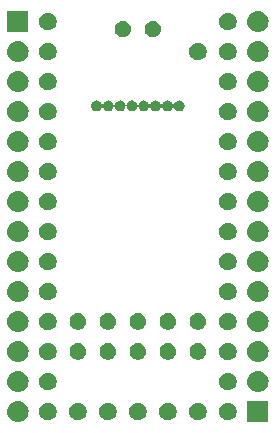
<source format=gbr>
G04 #@! TF.GenerationSoftware,KiCad,Pcbnew,(5.1.4-0-10_14)*
G04 #@! TF.CreationDate,2019-10-03T18:56:30-07:00*
G04 #@! TF.ProjectId,teensy4_header_breakout,7465656e-7379-4345-9f68-65616465725f,rev?*
G04 #@! TF.SameCoordinates,Original*
G04 #@! TF.FileFunction,Soldermask,Top*
G04 #@! TF.FilePolarity,Negative*
%FSLAX46Y46*%
G04 Gerber Fmt 4.6, Leading zero omitted, Abs format (unit mm)*
G04 Created by KiCad (PCBNEW (5.1.4-0-10_14)) date 2019-10-03 18:56:30*
%MOMM*%
%LPD*%
G04 APERTURE LIST*
%ADD10C,0.100000*%
G04 APERTURE END LIST*
D10*
G36*
X171080800Y-115200800D02*
G01*
X169279200Y-115200800D01*
X169279200Y-113399200D01*
X171080800Y-113399200D01*
X171080800Y-115200800D01*
X171080800Y-115200800D01*
G37*
G36*
X150036584Y-113412233D02*
G01*
X150036587Y-113412234D01*
X150036588Y-113412234D01*
X150206389Y-113463743D01*
X150253861Y-113489117D01*
X150362881Y-113547389D01*
X150500044Y-113659956D01*
X150612611Y-113797119D01*
X150670883Y-113906139D01*
X150696257Y-113953611D01*
X150734723Y-114080416D01*
X150747767Y-114123416D01*
X150765159Y-114300000D01*
X150747767Y-114476584D01*
X150747766Y-114476587D01*
X150747766Y-114476588D01*
X150696257Y-114646389D01*
X150690807Y-114656585D01*
X150612611Y-114802881D01*
X150500044Y-114940044D01*
X150362881Y-115052611D01*
X150253861Y-115110883D01*
X150206389Y-115136257D01*
X150036588Y-115187766D01*
X150036587Y-115187766D01*
X150036584Y-115187767D01*
X149904255Y-115200800D01*
X149815745Y-115200800D01*
X149683416Y-115187767D01*
X149683413Y-115187766D01*
X149683412Y-115187766D01*
X149513611Y-115136257D01*
X149466139Y-115110883D01*
X149357119Y-115052611D01*
X149219956Y-114940044D01*
X149107389Y-114802881D01*
X149029193Y-114656585D01*
X149023743Y-114646389D01*
X148972234Y-114476588D01*
X148972234Y-114476587D01*
X148972233Y-114476584D01*
X148954841Y-114300000D01*
X148972233Y-114123416D01*
X148985277Y-114080416D01*
X149023743Y-113953611D01*
X149049117Y-113906139D01*
X149107389Y-113797119D01*
X149219956Y-113659956D01*
X149357119Y-113547389D01*
X149466139Y-113489117D01*
X149513611Y-113463743D01*
X149683412Y-113412234D01*
X149683413Y-113412234D01*
X149683416Y-113412233D01*
X149815745Y-113399200D01*
X149904255Y-113399200D01*
X150036584Y-113412233D01*
X150036584Y-113412233D01*
G37*
G36*
X167859584Y-113576130D02*
G01*
X167996585Y-113632877D01*
X168119883Y-113715263D01*
X168224737Y-113820117D01*
X168307123Y-113943415D01*
X168363870Y-114080416D01*
X168392800Y-114225855D01*
X168392800Y-114374145D01*
X168363870Y-114519584D01*
X168307123Y-114656585D01*
X168224737Y-114779883D01*
X168119883Y-114884737D01*
X167996585Y-114967123D01*
X167859584Y-115023870D01*
X167714145Y-115052800D01*
X167565855Y-115052800D01*
X167420416Y-115023870D01*
X167283415Y-114967123D01*
X167160117Y-114884737D01*
X167055263Y-114779883D01*
X166972877Y-114656585D01*
X166916130Y-114519584D01*
X166887200Y-114374145D01*
X166887200Y-114225855D01*
X166916130Y-114080416D01*
X166972877Y-113943415D01*
X167055263Y-113820117D01*
X167160117Y-113715263D01*
X167283415Y-113632877D01*
X167420416Y-113576130D01*
X167565855Y-113547200D01*
X167714145Y-113547200D01*
X167859584Y-113576130D01*
X167859584Y-113576130D01*
G37*
G36*
X165319584Y-113576130D02*
G01*
X165456585Y-113632877D01*
X165579883Y-113715263D01*
X165684737Y-113820117D01*
X165767123Y-113943415D01*
X165823870Y-114080416D01*
X165852800Y-114225855D01*
X165852800Y-114374145D01*
X165823870Y-114519584D01*
X165767123Y-114656585D01*
X165684737Y-114779883D01*
X165579883Y-114884737D01*
X165456585Y-114967123D01*
X165319584Y-115023870D01*
X165174145Y-115052800D01*
X165025855Y-115052800D01*
X164880416Y-115023870D01*
X164743415Y-114967123D01*
X164620117Y-114884737D01*
X164515263Y-114779883D01*
X164432877Y-114656585D01*
X164376130Y-114519584D01*
X164347200Y-114374145D01*
X164347200Y-114225855D01*
X164376130Y-114080416D01*
X164432877Y-113943415D01*
X164515263Y-113820117D01*
X164620117Y-113715263D01*
X164743415Y-113632877D01*
X164880416Y-113576130D01*
X165025855Y-113547200D01*
X165174145Y-113547200D01*
X165319584Y-113576130D01*
X165319584Y-113576130D01*
G37*
G36*
X162779584Y-113576130D02*
G01*
X162916585Y-113632877D01*
X163039883Y-113715263D01*
X163144737Y-113820117D01*
X163227123Y-113943415D01*
X163283870Y-114080416D01*
X163312800Y-114225855D01*
X163312800Y-114374145D01*
X163283870Y-114519584D01*
X163227123Y-114656585D01*
X163144737Y-114779883D01*
X163039883Y-114884737D01*
X162916585Y-114967123D01*
X162779584Y-115023870D01*
X162634145Y-115052800D01*
X162485855Y-115052800D01*
X162340416Y-115023870D01*
X162203415Y-114967123D01*
X162080117Y-114884737D01*
X161975263Y-114779883D01*
X161892877Y-114656585D01*
X161836130Y-114519584D01*
X161807200Y-114374145D01*
X161807200Y-114225855D01*
X161836130Y-114080416D01*
X161892877Y-113943415D01*
X161975263Y-113820117D01*
X162080117Y-113715263D01*
X162203415Y-113632877D01*
X162340416Y-113576130D01*
X162485855Y-113547200D01*
X162634145Y-113547200D01*
X162779584Y-113576130D01*
X162779584Y-113576130D01*
G37*
G36*
X160239584Y-113576130D02*
G01*
X160376585Y-113632877D01*
X160499883Y-113715263D01*
X160604737Y-113820117D01*
X160687123Y-113943415D01*
X160743870Y-114080416D01*
X160772800Y-114225855D01*
X160772800Y-114374145D01*
X160743870Y-114519584D01*
X160687123Y-114656585D01*
X160604737Y-114779883D01*
X160499883Y-114884737D01*
X160376585Y-114967123D01*
X160239584Y-115023870D01*
X160094145Y-115052800D01*
X159945855Y-115052800D01*
X159800416Y-115023870D01*
X159663415Y-114967123D01*
X159540117Y-114884737D01*
X159435263Y-114779883D01*
X159352877Y-114656585D01*
X159296130Y-114519584D01*
X159267200Y-114374145D01*
X159267200Y-114225855D01*
X159296130Y-114080416D01*
X159352877Y-113943415D01*
X159435263Y-113820117D01*
X159540117Y-113715263D01*
X159663415Y-113632877D01*
X159800416Y-113576130D01*
X159945855Y-113547200D01*
X160094145Y-113547200D01*
X160239584Y-113576130D01*
X160239584Y-113576130D01*
G37*
G36*
X157699584Y-113576130D02*
G01*
X157836585Y-113632877D01*
X157959883Y-113715263D01*
X158064737Y-113820117D01*
X158147123Y-113943415D01*
X158203870Y-114080416D01*
X158232800Y-114225855D01*
X158232800Y-114374145D01*
X158203870Y-114519584D01*
X158147123Y-114656585D01*
X158064737Y-114779883D01*
X157959883Y-114884737D01*
X157836585Y-114967123D01*
X157699584Y-115023870D01*
X157554145Y-115052800D01*
X157405855Y-115052800D01*
X157260416Y-115023870D01*
X157123415Y-114967123D01*
X157000117Y-114884737D01*
X156895263Y-114779883D01*
X156812877Y-114656585D01*
X156756130Y-114519584D01*
X156727200Y-114374145D01*
X156727200Y-114225855D01*
X156756130Y-114080416D01*
X156812877Y-113943415D01*
X156895263Y-113820117D01*
X157000117Y-113715263D01*
X157123415Y-113632877D01*
X157260416Y-113576130D01*
X157405855Y-113547200D01*
X157554145Y-113547200D01*
X157699584Y-113576130D01*
X157699584Y-113576130D01*
G37*
G36*
X155159584Y-113576130D02*
G01*
X155296585Y-113632877D01*
X155419883Y-113715263D01*
X155524737Y-113820117D01*
X155607123Y-113943415D01*
X155663870Y-114080416D01*
X155692800Y-114225855D01*
X155692800Y-114374145D01*
X155663870Y-114519584D01*
X155607123Y-114656585D01*
X155524737Y-114779883D01*
X155419883Y-114884737D01*
X155296585Y-114967123D01*
X155159584Y-115023870D01*
X155014145Y-115052800D01*
X154865855Y-115052800D01*
X154720416Y-115023870D01*
X154583415Y-114967123D01*
X154460117Y-114884737D01*
X154355263Y-114779883D01*
X154272877Y-114656585D01*
X154216130Y-114519584D01*
X154187200Y-114374145D01*
X154187200Y-114225855D01*
X154216130Y-114080416D01*
X154272877Y-113943415D01*
X154355263Y-113820117D01*
X154460117Y-113715263D01*
X154583415Y-113632877D01*
X154720416Y-113576130D01*
X154865855Y-113547200D01*
X155014145Y-113547200D01*
X155159584Y-113576130D01*
X155159584Y-113576130D01*
G37*
G36*
X152619584Y-113576130D02*
G01*
X152756585Y-113632877D01*
X152879883Y-113715263D01*
X152984737Y-113820117D01*
X153067123Y-113943415D01*
X153123870Y-114080416D01*
X153152800Y-114225855D01*
X153152800Y-114374145D01*
X153123870Y-114519584D01*
X153067123Y-114656585D01*
X152984737Y-114779883D01*
X152879883Y-114884737D01*
X152756585Y-114967123D01*
X152619584Y-115023870D01*
X152474145Y-115052800D01*
X152325855Y-115052800D01*
X152180416Y-115023870D01*
X152043415Y-114967123D01*
X151920117Y-114884737D01*
X151815263Y-114779883D01*
X151732877Y-114656585D01*
X151676130Y-114519584D01*
X151647200Y-114374145D01*
X151647200Y-114225855D01*
X151676130Y-114080416D01*
X151732877Y-113943415D01*
X151815263Y-113820117D01*
X151920117Y-113715263D01*
X152043415Y-113632877D01*
X152180416Y-113576130D01*
X152325855Y-113547200D01*
X152474145Y-113547200D01*
X152619584Y-113576130D01*
X152619584Y-113576130D01*
G37*
G36*
X170356584Y-110872233D02*
G01*
X170356587Y-110872234D01*
X170356588Y-110872234D01*
X170526389Y-110923743D01*
X170573861Y-110949117D01*
X170682881Y-111007389D01*
X170820044Y-111119956D01*
X170932611Y-111257119D01*
X170990883Y-111366139D01*
X171016257Y-111413611D01*
X171054723Y-111540416D01*
X171067767Y-111583416D01*
X171085159Y-111760000D01*
X171067767Y-111936584D01*
X171067766Y-111936587D01*
X171067766Y-111936588D01*
X171016257Y-112106389D01*
X171010807Y-112116585D01*
X170932611Y-112262881D01*
X170820044Y-112400044D01*
X170682881Y-112512611D01*
X170573861Y-112570883D01*
X170526389Y-112596257D01*
X170356588Y-112647766D01*
X170356587Y-112647766D01*
X170356584Y-112647767D01*
X170224255Y-112660800D01*
X170135745Y-112660800D01*
X170003416Y-112647767D01*
X170003413Y-112647766D01*
X170003412Y-112647766D01*
X169833611Y-112596257D01*
X169786139Y-112570883D01*
X169677119Y-112512611D01*
X169539956Y-112400044D01*
X169427389Y-112262881D01*
X169349193Y-112116585D01*
X169343743Y-112106389D01*
X169292234Y-111936588D01*
X169292234Y-111936587D01*
X169292233Y-111936584D01*
X169274841Y-111760000D01*
X169292233Y-111583416D01*
X169305277Y-111540416D01*
X169343743Y-111413611D01*
X169369117Y-111366139D01*
X169427389Y-111257119D01*
X169539956Y-111119956D01*
X169677119Y-111007389D01*
X169786139Y-110949117D01*
X169833611Y-110923743D01*
X170003412Y-110872234D01*
X170003413Y-110872234D01*
X170003416Y-110872233D01*
X170135745Y-110859200D01*
X170224255Y-110859200D01*
X170356584Y-110872233D01*
X170356584Y-110872233D01*
G37*
G36*
X150036584Y-110872233D02*
G01*
X150036587Y-110872234D01*
X150036588Y-110872234D01*
X150206389Y-110923743D01*
X150253861Y-110949117D01*
X150362881Y-111007389D01*
X150500044Y-111119956D01*
X150612611Y-111257119D01*
X150670883Y-111366139D01*
X150696257Y-111413611D01*
X150734723Y-111540416D01*
X150747767Y-111583416D01*
X150765159Y-111760000D01*
X150747767Y-111936584D01*
X150747766Y-111936587D01*
X150747766Y-111936588D01*
X150696257Y-112106389D01*
X150690807Y-112116585D01*
X150612611Y-112262881D01*
X150500044Y-112400044D01*
X150362881Y-112512611D01*
X150253861Y-112570883D01*
X150206389Y-112596257D01*
X150036588Y-112647766D01*
X150036587Y-112647766D01*
X150036584Y-112647767D01*
X149904255Y-112660800D01*
X149815745Y-112660800D01*
X149683416Y-112647767D01*
X149683413Y-112647766D01*
X149683412Y-112647766D01*
X149513611Y-112596257D01*
X149466139Y-112570883D01*
X149357119Y-112512611D01*
X149219956Y-112400044D01*
X149107389Y-112262881D01*
X149029193Y-112116585D01*
X149023743Y-112106389D01*
X148972234Y-111936588D01*
X148972234Y-111936587D01*
X148972233Y-111936584D01*
X148954841Y-111760000D01*
X148972233Y-111583416D01*
X148985277Y-111540416D01*
X149023743Y-111413611D01*
X149049117Y-111366139D01*
X149107389Y-111257119D01*
X149219956Y-111119956D01*
X149357119Y-111007389D01*
X149466139Y-110949117D01*
X149513611Y-110923743D01*
X149683412Y-110872234D01*
X149683413Y-110872234D01*
X149683416Y-110872233D01*
X149815745Y-110859200D01*
X149904255Y-110859200D01*
X150036584Y-110872233D01*
X150036584Y-110872233D01*
G37*
G36*
X152619584Y-111036130D02*
G01*
X152756585Y-111092877D01*
X152879883Y-111175263D01*
X152984737Y-111280117D01*
X153067123Y-111403415D01*
X153123870Y-111540416D01*
X153152800Y-111685855D01*
X153152800Y-111834145D01*
X153123870Y-111979584D01*
X153067123Y-112116585D01*
X152984737Y-112239883D01*
X152879883Y-112344737D01*
X152756585Y-112427123D01*
X152619584Y-112483870D01*
X152474145Y-112512800D01*
X152325855Y-112512800D01*
X152180416Y-112483870D01*
X152043415Y-112427123D01*
X151920117Y-112344737D01*
X151815263Y-112239883D01*
X151732877Y-112116585D01*
X151676130Y-111979584D01*
X151647200Y-111834145D01*
X151647200Y-111685855D01*
X151676130Y-111540416D01*
X151732877Y-111403415D01*
X151815263Y-111280117D01*
X151920117Y-111175263D01*
X152043415Y-111092877D01*
X152180416Y-111036130D01*
X152325855Y-111007200D01*
X152474145Y-111007200D01*
X152619584Y-111036130D01*
X152619584Y-111036130D01*
G37*
G36*
X167859584Y-111036130D02*
G01*
X167996585Y-111092877D01*
X168119883Y-111175263D01*
X168224737Y-111280117D01*
X168307123Y-111403415D01*
X168363870Y-111540416D01*
X168392800Y-111685855D01*
X168392800Y-111834145D01*
X168363870Y-111979584D01*
X168307123Y-112116585D01*
X168224737Y-112239883D01*
X168119883Y-112344737D01*
X167996585Y-112427123D01*
X167859584Y-112483870D01*
X167714145Y-112512800D01*
X167565855Y-112512800D01*
X167420416Y-112483870D01*
X167283415Y-112427123D01*
X167160117Y-112344737D01*
X167055263Y-112239883D01*
X166972877Y-112116585D01*
X166916130Y-111979584D01*
X166887200Y-111834145D01*
X166887200Y-111685855D01*
X166916130Y-111540416D01*
X166972877Y-111403415D01*
X167055263Y-111280117D01*
X167160117Y-111175263D01*
X167283415Y-111092877D01*
X167420416Y-111036130D01*
X167565855Y-111007200D01*
X167714145Y-111007200D01*
X167859584Y-111036130D01*
X167859584Y-111036130D01*
G37*
G36*
X170356584Y-108332233D02*
G01*
X170356587Y-108332234D01*
X170356588Y-108332234D01*
X170526389Y-108383743D01*
X170573861Y-108409117D01*
X170682881Y-108467389D01*
X170820044Y-108579956D01*
X170932611Y-108717119D01*
X170961940Y-108771991D01*
X171016257Y-108873611D01*
X171067766Y-109043412D01*
X171067767Y-109043416D01*
X171085159Y-109220000D01*
X171067767Y-109396584D01*
X171067766Y-109396587D01*
X171067766Y-109396588D01*
X171016257Y-109566389D01*
X171010807Y-109576585D01*
X170932611Y-109722881D01*
X170820044Y-109860044D01*
X170682881Y-109972611D01*
X170573861Y-110030883D01*
X170526389Y-110056257D01*
X170356588Y-110107766D01*
X170356587Y-110107766D01*
X170356584Y-110107767D01*
X170224255Y-110120800D01*
X170135745Y-110120800D01*
X170003416Y-110107767D01*
X170003413Y-110107766D01*
X170003412Y-110107766D01*
X169833611Y-110056257D01*
X169786139Y-110030883D01*
X169677119Y-109972611D01*
X169539956Y-109860044D01*
X169427389Y-109722881D01*
X169349193Y-109576585D01*
X169343743Y-109566389D01*
X169292234Y-109396588D01*
X169292234Y-109396587D01*
X169292233Y-109396584D01*
X169274841Y-109220000D01*
X169292233Y-109043416D01*
X169292234Y-109043412D01*
X169343743Y-108873611D01*
X169398060Y-108771991D01*
X169427389Y-108717119D01*
X169539956Y-108579956D01*
X169677119Y-108467389D01*
X169786139Y-108409117D01*
X169833611Y-108383743D01*
X170003412Y-108332234D01*
X170003413Y-108332234D01*
X170003416Y-108332233D01*
X170135745Y-108319200D01*
X170224255Y-108319200D01*
X170356584Y-108332233D01*
X170356584Y-108332233D01*
G37*
G36*
X150036584Y-108332233D02*
G01*
X150036587Y-108332234D01*
X150036588Y-108332234D01*
X150206389Y-108383743D01*
X150253861Y-108409117D01*
X150362881Y-108467389D01*
X150500044Y-108579956D01*
X150612611Y-108717119D01*
X150641940Y-108771991D01*
X150696257Y-108873611D01*
X150747766Y-109043412D01*
X150747767Y-109043416D01*
X150765159Y-109220000D01*
X150747767Y-109396584D01*
X150747766Y-109396587D01*
X150747766Y-109396588D01*
X150696257Y-109566389D01*
X150690807Y-109576585D01*
X150612611Y-109722881D01*
X150500044Y-109860044D01*
X150362881Y-109972611D01*
X150253861Y-110030883D01*
X150206389Y-110056257D01*
X150036588Y-110107766D01*
X150036587Y-110107766D01*
X150036584Y-110107767D01*
X149904255Y-110120800D01*
X149815745Y-110120800D01*
X149683416Y-110107767D01*
X149683413Y-110107766D01*
X149683412Y-110107766D01*
X149513611Y-110056257D01*
X149466139Y-110030883D01*
X149357119Y-109972611D01*
X149219956Y-109860044D01*
X149107389Y-109722881D01*
X149029193Y-109576585D01*
X149023743Y-109566389D01*
X148972234Y-109396588D01*
X148972234Y-109396587D01*
X148972233Y-109396584D01*
X148954841Y-109220000D01*
X148972233Y-109043416D01*
X148972234Y-109043412D01*
X149023743Y-108873611D01*
X149078060Y-108771991D01*
X149107389Y-108717119D01*
X149219956Y-108579956D01*
X149357119Y-108467389D01*
X149466139Y-108409117D01*
X149513611Y-108383743D01*
X149683412Y-108332234D01*
X149683413Y-108332234D01*
X149683416Y-108332233D01*
X149815745Y-108319200D01*
X149904255Y-108319200D01*
X150036584Y-108332233D01*
X150036584Y-108332233D01*
G37*
G36*
X167859584Y-108496130D02*
G01*
X167996585Y-108552877D01*
X168119883Y-108635263D01*
X168224737Y-108740117D01*
X168307123Y-108863415D01*
X168363870Y-109000416D01*
X168392800Y-109145855D01*
X168392800Y-109294145D01*
X168363870Y-109439584D01*
X168307123Y-109576585D01*
X168224737Y-109699883D01*
X168119883Y-109804737D01*
X167996585Y-109887123D01*
X167859584Y-109943870D01*
X167714145Y-109972800D01*
X167565855Y-109972800D01*
X167420416Y-109943870D01*
X167283415Y-109887123D01*
X167160117Y-109804737D01*
X167055263Y-109699883D01*
X166972877Y-109576585D01*
X166916130Y-109439584D01*
X166887200Y-109294145D01*
X166887200Y-109145855D01*
X166916130Y-109000416D01*
X166972877Y-108863415D01*
X167055263Y-108740117D01*
X167160117Y-108635263D01*
X167283415Y-108552877D01*
X167420416Y-108496130D01*
X167565855Y-108467200D01*
X167714145Y-108467200D01*
X167859584Y-108496130D01*
X167859584Y-108496130D01*
G37*
G36*
X152619584Y-108496130D02*
G01*
X152756585Y-108552877D01*
X152879883Y-108635263D01*
X152984737Y-108740117D01*
X153067123Y-108863415D01*
X153123870Y-109000416D01*
X153152800Y-109145855D01*
X153152800Y-109294145D01*
X153123870Y-109439584D01*
X153067123Y-109576585D01*
X152984737Y-109699883D01*
X152879883Y-109804737D01*
X152756585Y-109887123D01*
X152619584Y-109943870D01*
X152474145Y-109972800D01*
X152325855Y-109972800D01*
X152180416Y-109943870D01*
X152043415Y-109887123D01*
X151920117Y-109804737D01*
X151815263Y-109699883D01*
X151732877Y-109576585D01*
X151676130Y-109439584D01*
X151647200Y-109294145D01*
X151647200Y-109145855D01*
X151676130Y-109000416D01*
X151732877Y-108863415D01*
X151815263Y-108740117D01*
X151920117Y-108635263D01*
X152043415Y-108552877D01*
X152180416Y-108496130D01*
X152325855Y-108467200D01*
X152474145Y-108467200D01*
X152619584Y-108496130D01*
X152619584Y-108496130D01*
G37*
G36*
X155144999Y-108544208D02*
G01*
X155272901Y-108597186D01*
X155388009Y-108674099D01*
X155485901Y-108771991D01*
X155562814Y-108887099D01*
X155615792Y-109015001D01*
X155642800Y-109150780D01*
X155642800Y-109289220D01*
X155615792Y-109424999D01*
X155562814Y-109552901D01*
X155485901Y-109668009D01*
X155388009Y-109765901D01*
X155272901Y-109842814D01*
X155144999Y-109895792D01*
X155009220Y-109922800D01*
X154870780Y-109922800D01*
X154735001Y-109895792D01*
X154607099Y-109842814D01*
X154491991Y-109765901D01*
X154394099Y-109668009D01*
X154317186Y-109552901D01*
X154264208Y-109424999D01*
X154237200Y-109289220D01*
X154237200Y-109150780D01*
X154264208Y-109015001D01*
X154317186Y-108887099D01*
X154394099Y-108771991D01*
X154491991Y-108674099D01*
X154607099Y-108597186D01*
X154735001Y-108544208D01*
X154870780Y-108517200D01*
X155009220Y-108517200D01*
X155144999Y-108544208D01*
X155144999Y-108544208D01*
G37*
G36*
X157684999Y-108544208D02*
G01*
X157812901Y-108597186D01*
X157928009Y-108674099D01*
X158025901Y-108771991D01*
X158102814Y-108887099D01*
X158155792Y-109015001D01*
X158182800Y-109150780D01*
X158182800Y-109289220D01*
X158155792Y-109424999D01*
X158102814Y-109552901D01*
X158025901Y-109668009D01*
X157928009Y-109765901D01*
X157812901Y-109842814D01*
X157684999Y-109895792D01*
X157549220Y-109922800D01*
X157410780Y-109922800D01*
X157275001Y-109895792D01*
X157147099Y-109842814D01*
X157031991Y-109765901D01*
X156934099Y-109668009D01*
X156857186Y-109552901D01*
X156804208Y-109424999D01*
X156777200Y-109289220D01*
X156777200Y-109150780D01*
X156804208Y-109015001D01*
X156857186Y-108887099D01*
X156934099Y-108771991D01*
X157031991Y-108674099D01*
X157147099Y-108597186D01*
X157275001Y-108544208D01*
X157410780Y-108517200D01*
X157549220Y-108517200D01*
X157684999Y-108544208D01*
X157684999Y-108544208D01*
G37*
G36*
X160224999Y-108544208D02*
G01*
X160352901Y-108597186D01*
X160468009Y-108674099D01*
X160565901Y-108771991D01*
X160642814Y-108887099D01*
X160695792Y-109015001D01*
X160722800Y-109150780D01*
X160722800Y-109289220D01*
X160695792Y-109424999D01*
X160642814Y-109552901D01*
X160565901Y-109668009D01*
X160468009Y-109765901D01*
X160352901Y-109842814D01*
X160224999Y-109895792D01*
X160089220Y-109922800D01*
X159950780Y-109922800D01*
X159815001Y-109895792D01*
X159687099Y-109842814D01*
X159571991Y-109765901D01*
X159474099Y-109668009D01*
X159397186Y-109552901D01*
X159344208Y-109424999D01*
X159317200Y-109289220D01*
X159317200Y-109150780D01*
X159344208Y-109015001D01*
X159397186Y-108887099D01*
X159474099Y-108771991D01*
X159571991Y-108674099D01*
X159687099Y-108597186D01*
X159815001Y-108544208D01*
X159950780Y-108517200D01*
X160089220Y-108517200D01*
X160224999Y-108544208D01*
X160224999Y-108544208D01*
G37*
G36*
X162764999Y-108544208D02*
G01*
X162892901Y-108597186D01*
X163008009Y-108674099D01*
X163105901Y-108771991D01*
X163182814Y-108887099D01*
X163235792Y-109015001D01*
X163262800Y-109150780D01*
X163262800Y-109289220D01*
X163235792Y-109424999D01*
X163182814Y-109552901D01*
X163105901Y-109668009D01*
X163008009Y-109765901D01*
X162892901Y-109842814D01*
X162764999Y-109895792D01*
X162629220Y-109922800D01*
X162490780Y-109922800D01*
X162355001Y-109895792D01*
X162227099Y-109842814D01*
X162111991Y-109765901D01*
X162014099Y-109668009D01*
X161937186Y-109552901D01*
X161884208Y-109424999D01*
X161857200Y-109289220D01*
X161857200Y-109150780D01*
X161884208Y-109015001D01*
X161937186Y-108887099D01*
X162014099Y-108771991D01*
X162111991Y-108674099D01*
X162227099Y-108597186D01*
X162355001Y-108544208D01*
X162490780Y-108517200D01*
X162629220Y-108517200D01*
X162764999Y-108544208D01*
X162764999Y-108544208D01*
G37*
G36*
X165304999Y-108544208D02*
G01*
X165432901Y-108597186D01*
X165548009Y-108674099D01*
X165645901Y-108771991D01*
X165722814Y-108887099D01*
X165775792Y-109015001D01*
X165802800Y-109150780D01*
X165802800Y-109289220D01*
X165775792Y-109424999D01*
X165722814Y-109552901D01*
X165645901Y-109668009D01*
X165548009Y-109765901D01*
X165432901Y-109842814D01*
X165304999Y-109895792D01*
X165169220Y-109922800D01*
X165030780Y-109922800D01*
X164895001Y-109895792D01*
X164767099Y-109842814D01*
X164651991Y-109765901D01*
X164554099Y-109668009D01*
X164477186Y-109552901D01*
X164424208Y-109424999D01*
X164397200Y-109289220D01*
X164397200Y-109150780D01*
X164424208Y-109015001D01*
X164477186Y-108887099D01*
X164554099Y-108771991D01*
X164651991Y-108674099D01*
X164767099Y-108597186D01*
X164895001Y-108544208D01*
X165030780Y-108517200D01*
X165169220Y-108517200D01*
X165304999Y-108544208D01*
X165304999Y-108544208D01*
G37*
G36*
X150036584Y-105792233D02*
G01*
X150036587Y-105792234D01*
X150036588Y-105792234D01*
X150206389Y-105843743D01*
X150253861Y-105869117D01*
X150362881Y-105927389D01*
X150500044Y-106039956D01*
X150612611Y-106177119D01*
X150641940Y-106231991D01*
X150696257Y-106333611D01*
X150747766Y-106503412D01*
X150747767Y-106503416D01*
X150765159Y-106680000D01*
X150747767Y-106856584D01*
X150747766Y-106856587D01*
X150747766Y-106856588D01*
X150696257Y-107026389D01*
X150690807Y-107036585D01*
X150612611Y-107182881D01*
X150500044Y-107320044D01*
X150362881Y-107432611D01*
X150253861Y-107490883D01*
X150206389Y-107516257D01*
X150036588Y-107567766D01*
X150036587Y-107567766D01*
X150036584Y-107567767D01*
X149904255Y-107580800D01*
X149815745Y-107580800D01*
X149683416Y-107567767D01*
X149683413Y-107567766D01*
X149683412Y-107567766D01*
X149513611Y-107516257D01*
X149466139Y-107490883D01*
X149357119Y-107432611D01*
X149219956Y-107320044D01*
X149107389Y-107182881D01*
X149029193Y-107036585D01*
X149023743Y-107026389D01*
X148972234Y-106856588D01*
X148972234Y-106856587D01*
X148972233Y-106856584D01*
X148954841Y-106680000D01*
X148972233Y-106503416D01*
X148972234Y-106503412D01*
X149023743Y-106333611D01*
X149078060Y-106231991D01*
X149107389Y-106177119D01*
X149219956Y-106039956D01*
X149357119Y-105927389D01*
X149466139Y-105869117D01*
X149513611Y-105843743D01*
X149683412Y-105792234D01*
X149683413Y-105792234D01*
X149683416Y-105792233D01*
X149815745Y-105779200D01*
X149904255Y-105779200D01*
X150036584Y-105792233D01*
X150036584Y-105792233D01*
G37*
G36*
X170356584Y-105792233D02*
G01*
X170356587Y-105792234D01*
X170356588Y-105792234D01*
X170526389Y-105843743D01*
X170573861Y-105869117D01*
X170682881Y-105927389D01*
X170820044Y-106039956D01*
X170932611Y-106177119D01*
X170961940Y-106231991D01*
X171016257Y-106333611D01*
X171067766Y-106503412D01*
X171067767Y-106503416D01*
X171085159Y-106680000D01*
X171067767Y-106856584D01*
X171067766Y-106856587D01*
X171067766Y-106856588D01*
X171016257Y-107026389D01*
X171010807Y-107036585D01*
X170932611Y-107182881D01*
X170820044Y-107320044D01*
X170682881Y-107432611D01*
X170573861Y-107490883D01*
X170526389Y-107516257D01*
X170356588Y-107567766D01*
X170356587Y-107567766D01*
X170356584Y-107567767D01*
X170224255Y-107580800D01*
X170135745Y-107580800D01*
X170003416Y-107567767D01*
X170003413Y-107567766D01*
X170003412Y-107567766D01*
X169833611Y-107516257D01*
X169786139Y-107490883D01*
X169677119Y-107432611D01*
X169539956Y-107320044D01*
X169427389Y-107182881D01*
X169349193Y-107036585D01*
X169343743Y-107026389D01*
X169292234Y-106856588D01*
X169292234Y-106856587D01*
X169292233Y-106856584D01*
X169274841Y-106680000D01*
X169292233Y-106503416D01*
X169292234Y-106503412D01*
X169343743Y-106333611D01*
X169398060Y-106231991D01*
X169427389Y-106177119D01*
X169539956Y-106039956D01*
X169677119Y-105927389D01*
X169786139Y-105869117D01*
X169833611Y-105843743D01*
X170003412Y-105792234D01*
X170003413Y-105792234D01*
X170003416Y-105792233D01*
X170135745Y-105779200D01*
X170224255Y-105779200D01*
X170356584Y-105792233D01*
X170356584Y-105792233D01*
G37*
G36*
X167859584Y-105956130D02*
G01*
X167996585Y-106012877D01*
X168119883Y-106095263D01*
X168224737Y-106200117D01*
X168307123Y-106323415D01*
X168363870Y-106460416D01*
X168392800Y-106605855D01*
X168392800Y-106754145D01*
X168363870Y-106899584D01*
X168307123Y-107036585D01*
X168224737Y-107159883D01*
X168119883Y-107264737D01*
X167996585Y-107347123D01*
X167859584Y-107403870D01*
X167714145Y-107432800D01*
X167565855Y-107432800D01*
X167420416Y-107403870D01*
X167283415Y-107347123D01*
X167160117Y-107264737D01*
X167055263Y-107159883D01*
X166972877Y-107036585D01*
X166916130Y-106899584D01*
X166887200Y-106754145D01*
X166887200Y-106605855D01*
X166916130Y-106460416D01*
X166972877Y-106323415D01*
X167055263Y-106200117D01*
X167160117Y-106095263D01*
X167283415Y-106012877D01*
X167420416Y-105956130D01*
X167565855Y-105927200D01*
X167714145Y-105927200D01*
X167859584Y-105956130D01*
X167859584Y-105956130D01*
G37*
G36*
X152619584Y-105956130D02*
G01*
X152756585Y-106012877D01*
X152879883Y-106095263D01*
X152984737Y-106200117D01*
X153067123Y-106323415D01*
X153123870Y-106460416D01*
X153152800Y-106605855D01*
X153152800Y-106754145D01*
X153123870Y-106899584D01*
X153067123Y-107036585D01*
X152984737Y-107159883D01*
X152879883Y-107264737D01*
X152756585Y-107347123D01*
X152619584Y-107403870D01*
X152474145Y-107432800D01*
X152325855Y-107432800D01*
X152180416Y-107403870D01*
X152043415Y-107347123D01*
X151920117Y-107264737D01*
X151815263Y-107159883D01*
X151732877Y-107036585D01*
X151676130Y-106899584D01*
X151647200Y-106754145D01*
X151647200Y-106605855D01*
X151676130Y-106460416D01*
X151732877Y-106323415D01*
X151815263Y-106200117D01*
X151920117Y-106095263D01*
X152043415Y-106012877D01*
X152180416Y-105956130D01*
X152325855Y-105927200D01*
X152474145Y-105927200D01*
X152619584Y-105956130D01*
X152619584Y-105956130D01*
G37*
G36*
X157684999Y-106004208D02*
G01*
X157812901Y-106057186D01*
X157928009Y-106134099D01*
X158025901Y-106231991D01*
X158102814Y-106347099D01*
X158155792Y-106475001D01*
X158182800Y-106610780D01*
X158182800Y-106749220D01*
X158155792Y-106884999D01*
X158102814Y-107012901D01*
X158025901Y-107128009D01*
X157928009Y-107225901D01*
X157812901Y-107302814D01*
X157684999Y-107355792D01*
X157549220Y-107382800D01*
X157410780Y-107382800D01*
X157275001Y-107355792D01*
X157147099Y-107302814D01*
X157031991Y-107225901D01*
X156934099Y-107128009D01*
X156857186Y-107012901D01*
X156804208Y-106884999D01*
X156777200Y-106749220D01*
X156777200Y-106610780D01*
X156804208Y-106475001D01*
X156857186Y-106347099D01*
X156934099Y-106231991D01*
X157031991Y-106134099D01*
X157147099Y-106057186D01*
X157275001Y-106004208D01*
X157410780Y-105977200D01*
X157549220Y-105977200D01*
X157684999Y-106004208D01*
X157684999Y-106004208D01*
G37*
G36*
X160224999Y-106004208D02*
G01*
X160352901Y-106057186D01*
X160468009Y-106134099D01*
X160565901Y-106231991D01*
X160642814Y-106347099D01*
X160695792Y-106475001D01*
X160722800Y-106610780D01*
X160722800Y-106749220D01*
X160695792Y-106884999D01*
X160642814Y-107012901D01*
X160565901Y-107128009D01*
X160468009Y-107225901D01*
X160352901Y-107302814D01*
X160224999Y-107355792D01*
X160089220Y-107382800D01*
X159950780Y-107382800D01*
X159815001Y-107355792D01*
X159687099Y-107302814D01*
X159571991Y-107225901D01*
X159474099Y-107128009D01*
X159397186Y-107012901D01*
X159344208Y-106884999D01*
X159317200Y-106749220D01*
X159317200Y-106610780D01*
X159344208Y-106475001D01*
X159397186Y-106347099D01*
X159474099Y-106231991D01*
X159571991Y-106134099D01*
X159687099Y-106057186D01*
X159815001Y-106004208D01*
X159950780Y-105977200D01*
X160089220Y-105977200D01*
X160224999Y-106004208D01*
X160224999Y-106004208D01*
G37*
G36*
X155144999Y-106004208D02*
G01*
X155272901Y-106057186D01*
X155388009Y-106134099D01*
X155485901Y-106231991D01*
X155562814Y-106347099D01*
X155615792Y-106475001D01*
X155642800Y-106610780D01*
X155642800Y-106749220D01*
X155615792Y-106884999D01*
X155562814Y-107012901D01*
X155485901Y-107128009D01*
X155388009Y-107225901D01*
X155272901Y-107302814D01*
X155144999Y-107355792D01*
X155009220Y-107382800D01*
X154870780Y-107382800D01*
X154735001Y-107355792D01*
X154607099Y-107302814D01*
X154491991Y-107225901D01*
X154394099Y-107128009D01*
X154317186Y-107012901D01*
X154264208Y-106884999D01*
X154237200Y-106749220D01*
X154237200Y-106610780D01*
X154264208Y-106475001D01*
X154317186Y-106347099D01*
X154394099Y-106231991D01*
X154491991Y-106134099D01*
X154607099Y-106057186D01*
X154735001Y-106004208D01*
X154870780Y-105977200D01*
X155009220Y-105977200D01*
X155144999Y-106004208D01*
X155144999Y-106004208D01*
G37*
G36*
X162764999Y-106004208D02*
G01*
X162892901Y-106057186D01*
X163008009Y-106134099D01*
X163105901Y-106231991D01*
X163182814Y-106347099D01*
X163235792Y-106475001D01*
X163262800Y-106610780D01*
X163262800Y-106749220D01*
X163235792Y-106884999D01*
X163182814Y-107012901D01*
X163105901Y-107128009D01*
X163008009Y-107225901D01*
X162892901Y-107302814D01*
X162764999Y-107355792D01*
X162629220Y-107382800D01*
X162490780Y-107382800D01*
X162355001Y-107355792D01*
X162227099Y-107302814D01*
X162111991Y-107225901D01*
X162014099Y-107128009D01*
X161937186Y-107012901D01*
X161884208Y-106884999D01*
X161857200Y-106749220D01*
X161857200Y-106610780D01*
X161884208Y-106475001D01*
X161937186Y-106347099D01*
X162014099Y-106231991D01*
X162111991Y-106134099D01*
X162227099Y-106057186D01*
X162355001Y-106004208D01*
X162490780Y-105977200D01*
X162629220Y-105977200D01*
X162764999Y-106004208D01*
X162764999Y-106004208D01*
G37*
G36*
X165304999Y-106004208D02*
G01*
X165432901Y-106057186D01*
X165548009Y-106134099D01*
X165645901Y-106231991D01*
X165722814Y-106347099D01*
X165775792Y-106475001D01*
X165802800Y-106610780D01*
X165802800Y-106749220D01*
X165775792Y-106884999D01*
X165722814Y-107012901D01*
X165645901Y-107128009D01*
X165548009Y-107225901D01*
X165432901Y-107302814D01*
X165304999Y-107355792D01*
X165169220Y-107382800D01*
X165030780Y-107382800D01*
X164895001Y-107355792D01*
X164767099Y-107302814D01*
X164651991Y-107225901D01*
X164554099Y-107128009D01*
X164477186Y-107012901D01*
X164424208Y-106884999D01*
X164397200Y-106749220D01*
X164397200Y-106610780D01*
X164424208Y-106475001D01*
X164477186Y-106347099D01*
X164554099Y-106231991D01*
X164651991Y-106134099D01*
X164767099Y-106057186D01*
X164895001Y-106004208D01*
X165030780Y-105977200D01*
X165169220Y-105977200D01*
X165304999Y-106004208D01*
X165304999Y-106004208D01*
G37*
G36*
X170356584Y-103252233D02*
G01*
X170356587Y-103252234D01*
X170356588Y-103252234D01*
X170526389Y-103303743D01*
X170573861Y-103329117D01*
X170682881Y-103387389D01*
X170820044Y-103499956D01*
X170932611Y-103637119D01*
X170990883Y-103746139D01*
X171016257Y-103793611D01*
X171054723Y-103920416D01*
X171067767Y-103963416D01*
X171085159Y-104140000D01*
X171067767Y-104316584D01*
X171067766Y-104316587D01*
X171067766Y-104316588D01*
X171016257Y-104486389D01*
X171010807Y-104496585D01*
X170932611Y-104642881D01*
X170820044Y-104780044D01*
X170682881Y-104892611D01*
X170573861Y-104950883D01*
X170526389Y-104976257D01*
X170356588Y-105027766D01*
X170356587Y-105027766D01*
X170356584Y-105027767D01*
X170224255Y-105040800D01*
X170135745Y-105040800D01*
X170003416Y-105027767D01*
X170003413Y-105027766D01*
X170003412Y-105027766D01*
X169833611Y-104976257D01*
X169786139Y-104950883D01*
X169677119Y-104892611D01*
X169539956Y-104780044D01*
X169427389Y-104642881D01*
X169349193Y-104496585D01*
X169343743Y-104486389D01*
X169292234Y-104316588D01*
X169292234Y-104316587D01*
X169292233Y-104316584D01*
X169274841Y-104140000D01*
X169292233Y-103963416D01*
X169305277Y-103920416D01*
X169343743Y-103793611D01*
X169369117Y-103746139D01*
X169427389Y-103637119D01*
X169539956Y-103499956D01*
X169677119Y-103387389D01*
X169786139Y-103329117D01*
X169833611Y-103303743D01*
X170003412Y-103252234D01*
X170003413Y-103252234D01*
X170003416Y-103252233D01*
X170135745Y-103239200D01*
X170224255Y-103239200D01*
X170356584Y-103252233D01*
X170356584Y-103252233D01*
G37*
G36*
X150036584Y-103252233D02*
G01*
X150036587Y-103252234D01*
X150036588Y-103252234D01*
X150206389Y-103303743D01*
X150253861Y-103329117D01*
X150362881Y-103387389D01*
X150500044Y-103499956D01*
X150612611Y-103637119D01*
X150670883Y-103746139D01*
X150696257Y-103793611D01*
X150734723Y-103920416D01*
X150747767Y-103963416D01*
X150765159Y-104140000D01*
X150747767Y-104316584D01*
X150747766Y-104316587D01*
X150747766Y-104316588D01*
X150696257Y-104486389D01*
X150690807Y-104496585D01*
X150612611Y-104642881D01*
X150500044Y-104780044D01*
X150362881Y-104892611D01*
X150253861Y-104950883D01*
X150206389Y-104976257D01*
X150036588Y-105027766D01*
X150036587Y-105027766D01*
X150036584Y-105027767D01*
X149904255Y-105040800D01*
X149815745Y-105040800D01*
X149683416Y-105027767D01*
X149683413Y-105027766D01*
X149683412Y-105027766D01*
X149513611Y-104976257D01*
X149466139Y-104950883D01*
X149357119Y-104892611D01*
X149219956Y-104780044D01*
X149107389Y-104642881D01*
X149029193Y-104496585D01*
X149023743Y-104486389D01*
X148972234Y-104316588D01*
X148972234Y-104316587D01*
X148972233Y-104316584D01*
X148954841Y-104140000D01*
X148972233Y-103963416D01*
X148985277Y-103920416D01*
X149023743Y-103793611D01*
X149049117Y-103746139D01*
X149107389Y-103637119D01*
X149219956Y-103499956D01*
X149357119Y-103387389D01*
X149466139Y-103329117D01*
X149513611Y-103303743D01*
X149683412Y-103252234D01*
X149683413Y-103252234D01*
X149683416Y-103252233D01*
X149815745Y-103239200D01*
X149904255Y-103239200D01*
X150036584Y-103252233D01*
X150036584Y-103252233D01*
G37*
G36*
X152619584Y-103416130D02*
G01*
X152756585Y-103472877D01*
X152879883Y-103555263D01*
X152984737Y-103660117D01*
X153067123Y-103783415D01*
X153123870Y-103920416D01*
X153152800Y-104065855D01*
X153152800Y-104214145D01*
X153123870Y-104359584D01*
X153067123Y-104496585D01*
X152984737Y-104619883D01*
X152879883Y-104724737D01*
X152756585Y-104807123D01*
X152619584Y-104863870D01*
X152474145Y-104892800D01*
X152325855Y-104892800D01*
X152180416Y-104863870D01*
X152043415Y-104807123D01*
X151920117Y-104724737D01*
X151815263Y-104619883D01*
X151732877Y-104496585D01*
X151676130Y-104359584D01*
X151647200Y-104214145D01*
X151647200Y-104065855D01*
X151676130Y-103920416D01*
X151732877Y-103783415D01*
X151815263Y-103660117D01*
X151920117Y-103555263D01*
X152043415Y-103472877D01*
X152180416Y-103416130D01*
X152325855Y-103387200D01*
X152474145Y-103387200D01*
X152619584Y-103416130D01*
X152619584Y-103416130D01*
G37*
G36*
X167859584Y-103416130D02*
G01*
X167996585Y-103472877D01*
X168119883Y-103555263D01*
X168224737Y-103660117D01*
X168307123Y-103783415D01*
X168363870Y-103920416D01*
X168392800Y-104065855D01*
X168392800Y-104214145D01*
X168363870Y-104359584D01*
X168307123Y-104496585D01*
X168224737Y-104619883D01*
X168119883Y-104724737D01*
X167996585Y-104807123D01*
X167859584Y-104863870D01*
X167714145Y-104892800D01*
X167565855Y-104892800D01*
X167420416Y-104863870D01*
X167283415Y-104807123D01*
X167160117Y-104724737D01*
X167055263Y-104619883D01*
X166972877Y-104496585D01*
X166916130Y-104359584D01*
X166887200Y-104214145D01*
X166887200Y-104065855D01*
X166916130Y-103920416D01*
X166972877Y-103783415D01*
X167055263Y-103660117D01*
X167160117Y-103555263D01*
X167283415Y-103472877D01*
X167420416Y-103416130D01*
X167565855Y-103387200D01*
X167714145Y-103387200D01*
X167859584Y-103416130D01*
X167859584Y-103416130D01*
G37*
G36*
X150036584Y-100712233D02*
G01*
X150036587Y-100712234D01*
X150036588Y-100712234D01*
X150206389Y-100763743D01*
X150253861Y-100789117D01*
X150362881Y-100847389D01*
X150500044Y-100959956D01*
X150612611Y-101097119D01*
X150670883Y-101206139D01*
X150696257Y-101253611D01*
X150734723Y-101380416D01*
X150747767Y-101423416D01*
X150765159Y-101600000D01*
X150747767Y-101776584D01*
X150747766Y-101776587D01*
X150747766Y-101776588D01*
X150696257Y-101946389D01*
X150690807Y-101956585D01*
X150612611Y-102102881D01*
X150500044Y-102240044D01*
X150362881Y-102352611D01*
X150253861Y-102410883D01*
X150206389Y-102436257D01*
X150036588Y-102487766D01*
X150036587Y-102487766D01*
X150036584Y-102487767D01*
X149904255Y-102500800D01*
X149815745Y-102500800D01*
X149683416Y-102487767D01*
X149683413Y-102487766D01*
X149683412Y-102487766D01*
X149513611Y-102436257D01*
X149466139Y-102410883D01*
X149357119Y-102352611D01*
X149219956Y-102240044D01*
X149107389Y-102102881D01*
X149029193Y-101956585D01*
X149023743Y-101946389D01*
X148972234Y-101776588D01*
X148972234Y-101776587D01*
X148972233Y-101776584D01*
X148954841Y-101600000D01*
X148972233Y-101423416D01*
X148985277Y-101380416D01*
X149023743Y-101253611D01*
X149049117Y-101206139D01*
X149107389Y-101097119D01*
X149219956Y-100959956D01*
X149357119Y-100847389D01*
X149466139Y-100789117D01*
X149513611Y-100763743D01*
X149683412Y-100712234D01*
X149683413Y-100712234D01*
X149683416Y-100712233D01*
X149815745Y-100699200D01*
X149904255Y-100699200D01*
X150036584Y-100712233D01*
X150036584Y-100712233D01*
G37*
G36*
X170356584Y-100712233D02*
G01*
X170356587Y-100712234D01*
X170356588Y-100712234D01*
X170526389Y-100763743D01*
X170573861Y-100789117D01*
X170682881Y-100847389D01*
X170820044Y-100959956D01*
X170932611Y-101097119D01*
X170990883Y-101206139D01*
X171016257Y-101253611D01*
X171054723Y-101380416D01*
X171067767Y-101423416D01*
X171085159Y-101600000D01*
X171067767Y-101776584D01*
X171067766Y-101776587D01*
X171067766Y-101776588D01*
X171016257Y-101946389D01*
X171010807Y-101956585D01*
X170932611Y-102102881D01*
X170820044Y-102240044D01*
X170682881Y-102352611D01*
X170573861Y-102410883D01*
X170526389Y-102436257D01*
X170356588Y-102487766D01*
X170356587Y-102487766D01*
X170356584Y-102487767D01*
X170224255Y-102500800D01*
X170135745Y-102500800D01*
X170003416Y-102487767D01*
X170003413Y-102487766D01*
X170003412Y-102487766D01*
X169833611Y-102436257D01*
X169786139Y-102410883D01*
X169677119Y-102352611D01*
X169539956Y-102240044D01*
X169427389Y-102102881D01*
X169349193Y-101956585D01*
X169343743Y-101946389D01*
X169292234Y-101776588D01*
X169292234Y-101776587D01*
X169292233Y-101776584D01*
X169274841Y-101600000D01*
X169292233Y-101423416D01*
X169305277Y-101380416D01*
X169343743Y-101253611D01*
X169369117Y-101206139D01*
X169427389Y-101097119D01*
X169539956Y-100959956D01*
X169677119Y-100847389D01*
X169786139Y-100789117D01*
X169833611Y-100763743D01*
X170003412Y-100712234D01*
X170003413Y-100712234D01*
X170003416Y-100712233D01*
X170135745Y-100699200D01*
X170224255Y-100699200D01*
X170356584Y-100712233D01*
X170356584Y-100712233D01*
G37*
G36*
X167859584Y-100876130D02*
G01*
X167996585Y-100932877D01*
X168119883Y-101015263D01*
X168224737Y-101120117D01*
X168307123Y-101243415D01*
X168363870Y-101380416D01*
X168392800Y-101525855D01*
X168392800Y-101674145D01*
X168363870Y-101819584D01*
X168307123Y-101956585D01*
X168224737Y-102079883D01*
X168119883Y-102184737D01*
X167996585Y-102267123D01*
X167859584Y-102323870D01*
X167714145Y-102352800D01*
X167565855Y-102352800D01*
X167420416Y-102323870D01*
X167283415Y-102267123D01*
X167160117Y-102184737D01*
X167055263Y-102079883D01*
X166972877Y-101956585D01*
X166916130Y-101819584D01*
X166887200Y-101674145D01*
X166887200Y-101525855D01*
X166916130Y-101380416D01*
X166972877Y-101243415D01*
X167055263Y-101120117D01*
X167160117Y-101015263D01*
X167283415Y-100932877D01*
X167420416Y-100876130D01*
X167565855Y-100847200D01*
X167714145Y-100847200D01*
X167859584Y-100876130D01*
X167859584Y-100876130D01*
G37*
G36*
X152619584Y-100876130D02*
G01*
X152756585Y-100932877D01*
X152879883Y-101015263D01*
X152984737Y-101120117D01*
X153067123Y-101243415D01*
X153123870Y-101380416D01*
X153152800Y-101525855D01*
X153152800Y-101674145D01*
X153123870Y-101819584D01*
X153067123Y-101956585D01*
X152984737Y-102079883D01*
X152879883Y-102184737D01*
X152756585Y-102267123D01*
X152619584Y-102323870D01*
X152474145Y-102352800D01*
X152325855Y-102352800D01*
X152180416Y-102323870D01*
X152043415Y-102267123D01*
X151920117Y-102184737D01*
X151815263Y-102079883D01*
X151732877Y-101956585D01*
X151676130Y-101819584D01*
X151647200Y-101674145D01*
X151647200Y-101525855D01*
X151676130Y-101380416D01*
X151732877Y-101243415D01*
X151815263Y-101120117D01*
X151920117Y-101015263D01*
X152043415Y-100932877D01*
X152180416Y-100876130D01*
X152325855Y-100847200D01*
X152474145Y-100847200D01*
X152619584Y-100876130D01*
X152619584Y-100876130D01*
G37*
G36*
X170356584Y-98172233D02*
G01*
X170356587Y-98172234D01*
X170356588Y-98172234D01*
X170526389Y-98223743D01*
X170573861Y-98249117D01*
X170682881Y-98307389D01*
X170820044Y-98419956D01*
X170932611Y-98557119D01*
X170990883Y-98666139D01*
X171016257Y-98713611D01*
X171054723Y-98840416D01*
X171067767Y-98883416D01*
X171085159Y-99060000D01*
X171067767Y-99236584D01*
X171067766Y-99236587D01*
X171067766Y-99236588D01*
X171016257Y-99406389D01*
X171010807Y-99416585D01*
X170932611Y-99562881D01*
X170820044Y-99700044D01*
X170682881Y-99812611D01*
X170573861Y-99870883D01*
X170526389Y-99896257D01*
X170356588Y-99947766D01*
X170356587Y-99947766D01*
X170356584Y-99947767D01*
X170224255Y-99960800D01*
X170135745Y-99960800D01*
X170003416Y-99947767D01*
X170003413Y-99947766D01*
X170003412Y-99947766D01*
X169833611Y-99896257D01*
X169786139Y-99870883D01*
X169677119Y-99812611D01*
X169539956Y-99700044D01*
X169427389Y-99562881D01*
X169349193Y-99416585D01*
X169343743Y-99406389D01*
X169292234Y-99236588D01*
X169292234Y-99236587D01*
X169292233Y-99236584D01*
X169274841Y-99060000D01*
X169292233Y-98883416D01*
X169305277Y-98840416D01*
X169343743Y-98713611D01*
X169369117Y-98666139D01*
X169427389Y-98557119D01*
X169539956Y-98419956D01*
X169677119Y-98307389D01*
X169786139Y-98249117D01*
X169833611Y-98223743D01*
X170003412Y-98172234D01*
X170003413Y-98172234D01*
X170003416Y-98172233D01*
X170135745Y-98159200D01*
X170224255Y-98159200D01*
X170356584Y-98172233D01*
X170356584Y-98172233D01*
G37*
G36*
X150036584Y-98172233D02*
G01*
X150036587Y-98172234D01*
X150036588Y-98172234D01*
X150206389Y-98223743D01*
X150253861Y-98249117D01*
X150362881Y-98307389D01*
X150500044Y-98419956D01*
X150612611Y-98557119D01*
X150670883Y-98666139D01*
X150696257Y-98713611D01*
X150734723Y-98840416D01*
X150747767Y-98883416D01*
X150765159Y-99060000D01*
X150747767Y-99236584D01*
X150747766Y-99236587D01*
X150747766Y-99236588D01*
X150696257Y-99406389D01*
X150690807Y-99416585D01*
X150612611Y-99562881D01*
X150500044Y-99700044D01*
X150362881Y-99812611D01*
X150253861Y-99870883D01*
X150206389Y-99896257D01*
X150036588Y-99947766D01*
X150036587Y-99947766D01*
X150036584Y-99947767D01*
X149904255Y-99960800D01*
X149815745Y-99960800D01*
X149683416Y-99947767D01*
X149683413Y-99947766D01*
X149683412Y-99947766D01*
X149513611Y-99896257D01*
X149466139Y-99870883D01*
X149357119Y-99812611D01*
X149219956Y-99700044D01*
X149107389Y-99562881D01*
X149029193Y-99416585D01*
X149023743Y-99406389D01*
X148972234Y-99236588D01*
X148972234Y-99236587D01*
X148972233Y-99236584D01*
X148954841Y-99060000D01*
X148972233Y-98883416D01*
X148985277Y-98840416D01*
X149023743Y-98713611D01*
X149049117Y-98666139D01*
X149107389Y-98557119D01*
X149219956Y-98419956D01*
X149357119Y-98307389D01*
X149466139Y-98249117D01*
X149513611Y-98223743D01*
X149683412Y-98172234D01*
X149683413Y-98172234D01*
X149683416Y-98172233D01*
X149815745Y-98159200D01*
X149904255Y-98159200D01*
X150036584Y-98172233D01*
X150036584Y-98172233D01*
G37*
G36*
X167859584Y-98336130D02*
G01*
X167996585Y-98392877D01*
X168119883Y-98475263D01*
X168224737Y-98580117D01*
X168307123Y-98703415D01*
X168363870Y-98840416D01*
X168392800Y-98985855D01*
X168392800Y-99134145D01*
X168363870Y-99279584D01*
X168307123Y-99416585D01*
X168224737Y-99539883D01*
X168119883Y-99644737D01*
X167996585Y-99727123D01*
X167859584Y-99783870D01*
X167714145Y-99812800D01*
X167565855Y-99812800D01*
X167420416Y-99783870D01*
X167283415Y-99727123D01*
X167160117Y-99644737D01*
X167055263Y-99539883D01*
X166972877Y-99416585D01*
X166916130Y-99279584D01*
X166887200Y-99134145D01*
X166887200Y-98985855D01*
X166916130Y-98840416D01*
X166972877Y-98703415D01*
X167055263Y-98580117D01*
X167160117Y-98475263D01*
X167283415Y-98392877D01*
X167420416Y-98336130D01*
X167565855Y-98307200D01*
X167714145Y-98307200D01*
X167859584Y-98336130D01*
X167859584Y-98336130D01*
G37*
G36*
X152619584Y-98336130D02*
G01*
X152756585Y-98392877D01*
X152879883Y-98475263D01*
X152984737Y-98580117D01*
X153067123Y-98703415D01*
X153123870Y-98840416D01*
X153152800Y-98985855D01*
X153152800Y-99134145D01*
X153123870Y-99279584D01*
X153067123Y-99416585D01*
X152984737Y-99539883D01*
X152879883Y-99644737D01*
X152756585Y-99727123D01*
X152619584Y-99783870D01*
X152474145Y-99812800D01*
X152325855Y-99812800D01*
X152180416Y-99783870D01*
X152043415Y-99727123D01*
X151920117Y-99644737D01*
X151815263Y-99539883D01*
X151732877Y-99416585D01*
X151676130Y-99279584D01*
X151647200Y-99134145D01*
X151647200Y-98985855D01*
X151676130Y-98840416D01*
X151732877Y-98703415D01*
X151815263Y-98580117D01*
X151920117Y-98475263D01*
X152043415Y-98392877D01*
X152180416Y-98336130D01*
X152325855Y-98307200D01*
X152474145Y-98307200D01*
X152619584Y-98336130D01*
X152619584Y-98336130D01*
G37*
G36*
X170356584Y-95632233D02*
G01*
X170356587Y-95632234D01*
X170356588Y-95632234D01*
X170526389Y-95683743D01*
X170573861Y-95709117D01*
X170682881Y-95767389D01*
X170820044Y-95879956D01*
X170932611Y-96017119D01*
X170990883Y-96126139D01*
X171016257Y-96173611D01*
X171054723Y-96300416D01*
X171067767Y-96343416D01*
X171085159Y-96520000D01*
X171067767Y-96696584D01*
X171067766Y-96696587D01*
X171067766Y-96696588D01*
X171016257Y-96866389D01*
X171010807Y-96876585D01*
X170932611Y-97022881D01*
X170820044Y-97160044D01*
X170682881Y-97272611D01*
X170573861Y-97330883D01*
X170526389Y-97356257D01*
X170356588Y-97407766D01*
X170356587Y-97407766D01*
X170356584Y-97407767D01*
X170224255Y-97420800D01*
X170135745Y-97420800D01*
X170003416Y-97407767D01*
X170003413Y-97407766D01*
X170003412Y-97407766D01*
X169833611Y-97356257D01*
X169786139Y-97330883D01*
X169677119Y-97272611D01*
X169539956Y-97160044D01*
X169427389Y-97022881D01*
X169349193Y-96876585D01*
X169343743Y-96866389D01*
X169292234Y-96696588D01*
X169292234Y-96696587D01*
X169292233Y-96696584D01*
X169274841Y-96520000D01*
X169292233Y-96343416D01*
X169305277Y-96300416D01*
X169343743Y-96173611D01*
X169369117Y-96126139D01*
X169427389Y-96017119D01*
X169539956Y-95879956D01*
X169677119Y-95767389D01*
X169786139Y-95709117D01*
X169833611Y-95683743D01*
X170003412Y-95632234D01*
X170003413Y-95632234D01*
X170003416Y-95632233D01*
X170135745Y-95619200D01*
X170224255Y-95619200D01*
X170356584Y-95632233D01*
X170356584Y-95632233D01*
G37*
G36*
X150036584Y-95632233D02*
G01*
X150036587Y-95632234D01*
X150036588Y-95632234D01*
X150206389Y-95683743D01*
X150253861Y-95709117D01*
X150362881Y-95767389D01*
X150500044Y-95879956D01*
X150612611Y-96017119D01*
X150670883Y-96126139D01*
X150696257Y-96173611D01*
X150734723Y-96300416D01*
X150747767Y-96343416D01*
X150765159Y-96520000D01*
X150747767Y-96696584D01*
X150747766Y-96696587D01*
X150747766Y-96696588D01*
X150696257Y-96866389D01*
X150690807Y-96876585D01*
X150612611Y-97022881D01*
X150500044Y-97160044D01*
X150362881Y-97272611D01*
X150253861Y-97330883D01*
X150206389Y-97356257D01*
X150036588Y-97407766D01*
X150036587Y-97407766D01*
X150036584Y-97407767D01*
X149904255Y-97420800D01*
X149815745Y-97420800D01*
X149683416Y-97407767D01*
X149683413Y-97407766D01*
X149683412Y-97407766D01*
X149513611Y-97356257D01*
X149466139Y-97330883D01*
X149357119Y-97272611D01*
X149219956Y-97160044D01*
X149107389Y-97022881D01*
X149029193Y-96876585D01*
X149023743Y-96866389D01*
X148972234Y-96696588D01*
X148972234Y-96696587D01*
X148972233Y-96696584D01*
X148954841Y-96520000D01*
X148972233Y-96343416D01*
X148985277Y-96300416D01*
X149023743Y-96173611D01*
X149049117Y-96126139D01*
X149107389Y-96017119D01*
X149219956Y-95879956D01*
X149357119Y-95767389D01*
X149466139Y-95709117D01*
X149513611Y-95683743D01*
X149683412Y-95632234D01*
X149683413Y-95632234D01*
X149683416Y-95632233D01*
X149815745Y-95619200D01*
X149904255Y-95619200D01*
X150036584Y-95632233D01*
X150036584Y-95632233D01*
G37*
G36*
X152619584Y-95796130D02*
G01*
X152756585Y-95852877D01*
X152879883Y-95935263D01*
X152984737Y-96040117D01*
X153067123Y-96163415D01*
X153123870Y-96300416D01*
X153152800Y-96445855D01*
X153152800Y-96594145D01*
X153123870Y-96739584D01*
X153067123Y-96876585D01*
X152984737Y-96999883D01*
X152879883Y-97104737D01*
X152756585Y-97187123D01*
X152619584Y-97243870D01*
X152474145Y-97272800D01*
X152325855Y-97272800D01*
X152180416Y-97243870D01*
X152043415Y-97187123D01*
X151920117Y-97104737D01*
X151815263Y-96999883D01*
X151732877Y-96876585D01*
X151676130Y-96739584D01*
X151647200Y-96594145D01*
X151647200Y-96445855D01*
X151676130Y-96300416D01*
X151732877Y-96163415D01*
X151815263Y-96040117D01*
X151920117Y-95935263D01*
X152043415Y-95852877D01*
X152180416Y-95796130D01*
X152325855Y-95767200D01*
X152474145Y-95767200D01*
X152619584Y-95796130D01*
X152619584Y-95796130D01*
G37*
G36*
X167859584Y-95796130D02*
G01*
X167996585Y-95852877D01*
X168119883Y-95935263D01*
X168224737Y-96040117D01*
X168307123Y-96163415D01*
X168363870Y-96300416D01*
X168392800Y-96445855D01*
X168392800Y-96594145D01*
X168363870Y-96739584D01*
X168307123Y-96876585D01*
X168224737Y-96999883D01*
X168119883Y-97104737D01*
X167996585Y-97187123D01*
X167859584Y-97243870D01*
X167714145Y-97272800D01*
X167565855Y-97272800D01*
X167420416Y-97243870D01*
X167283415Y-97187123D01*
X167160117Y-97104737D01*
X167055263Y-96999883D01*
X166972877Y-96876585D01*
X166916130Y-96739584D01*
X166887200Y-96594145D01*
X166887200Y-96445855D01*
X166916130Y-96300416D01*
X166972877Y-96163415D01*
X167055263Y-96040117D01*
X167160117Y-95935263D01*
X167283415Y-95852877D01*
X167420416Y-95796130D01*
X167565855Y-95767200D01*
X167714145Y-95767200D01*
X167859584Y-95796130D01*
X167859584Y-95796130D01*
G37*
G36*
X170356584Y-93092233D02*
G01*
X170356587Y-93092234D01*
X170356588Y-93092234D01*
X170526389Y-93143743D01*
X170573861Y-93169117D01*
X170682881Y-93227389D01*
X170820044Y-93339956D01*
X170932611Y-93477119D01*
X170990883Y-93586139D01*
X171016257Y-93633611D01*
X171054723Y-93760416D01*
X171067767Y-93803416D01*
X171085159Y-93980000D01*
X171067767Y-94156584D01*
X171067766Y-94156587D01*
X171067766Y-94156588D01*
X171016257Y-94326389D01*
X171010807Y-94336585D01*
X170932611Y-94482881D01*
X170820044Y-94620044D01*
X170682881Y-94732611D01*
X170573861Y-94790883D01*
X170526389Y-94816257D01*
X170356588Y-94867766D01*
X170356587Y-94867766D01*
X170356584Y-94867767D01*
X170224255Y-94880800D01*
X170135745Y-94880800D01*
X170003416Y-94867767D01*
X170003413Y-94867766D01*
X170003412Y-94867766D01*
X169833611Y-94816257D01*
X169786139Y-94790883D01*
X169677119Y-94732611D01*
X169539956Y-94620044D01*
X169427389Y-94482881D01*
X169349193Y-94336585D01*
X169343743Y-94326389D01*
X169292234Y-94156588D01*
X169292234Y-94156587D01*
X169292233Y-94156584D01*
X169274841Y-93980000D01*
X169292233Y-93803416D01*
X169305277Y-93760416D01*
X169343743Y-93633611D01*
X169369117Y-93586139D01*
X169427389Y-93477119D01*
X169539956Y-93339956D01*
X169677119Y-93227389D01*
X169786139Y-93169117D01*
X169833611Y-93143743D01*
X170003412Y-93092234D01*
X170003413Y-93092234D01*
X170003416Y-93092233D01*
X170135745Y-93079200D01*
X170224255Y-93079200D01*
X170356584Y-93092233D01*
X170356584Y-93092233D01*
G37*
G36*
X150036584Y-93092233D02*
G01*
X150036587Y-93092234D01*
X150036588Y-93092234D01*
X150206389Y-93143743D01*
X150253861Y-93169117D01*
X150362881Y-93227389D01*
X150500044Y-93339956D01*
X150612611Y-93477119D01*
X150670883Y-93586139D01*
X150696257Y-93633611D01*
X150734723Y-93760416D01*
X150747767Y-93803416D01*
X150765159Y-93980000D01*
X150747767Y-94156584D01*
X150747766Y-94156587D01*
X150747766Y-94156588D01*
X150696257Y-94326389D01*
X150690807Y-94336585D01*
X150612611Y-94482881D01*
X150500044Y-94620044D01*
X150362881Y-94732611D01*
X150253861Y-94790883D01*
X150206389Y-94816257D01*
X150036588Y-94867766D01*
X150036587Y-94867766D01*
X150036584Y-94867767D01*
X149904255Y-94880800D01*
X149815745Y-94880800D01*
X149683416Y-94867767D01*
X149683413Y-94867766D01*
X149683412Y-94867766D01*
X149513611Y-94816257D01*
X149466139Y-94790883D01*
X149357119Y-94732611D01*
X149219956Y-94620044D01*
X149107389Y-94482881D01*
X149029193Y-94336585D01*
X149023743Y-94326389D01*
X148972234Y-94156588D01*
X148972234Y-94156587D01*
X148972233Y-94156584D01*
X148954841Y-93980000D01*
X148972233Y-93803416D01*
X148985277Y-93760416D01*
X149023743Y-93633611D01*
X149049117Y-93586139D01*
X149107389Y-93477119D01*
X149219956Y-93339956D01*
X149357119Y-93227389D01*
X149466139Y-93169117D01*
X149513611Y-93143743D01*
X149683412Y-93092234D01*
X149683413Y-93092234D01*
X149683416Y-93092233D01*
X149815745Y-93079200D01*
X149904255Y-93079200D01*
X150036584Y-93092233D01*
X150036584Y-93092233D01*
G37*
G36*
X167859584Y-93256130D02*
G01*
X167996585Y-93312877D01*
X168119883Y-93395263D01*
X168224737Y-93500117D01*
X168307123Y-93623415D01*
X168363870Y-93760416D01*
X168392800Y-93905855D01*
X168392800Y-94054145D01*
X168363870Y-94199584D01*
X168307123Y-94336585D01*
X168224737Y-94459883D01*
X168119883Y-94564737D01*
X167996585Y-94647123D01*
X167859584Y-94703870D01*
X167714145Y-94732800D01*
X167565855Y-94732800D01*
X167420416Y-94703870D01*
X167283415Y-94647123D01*
X167160117Y-94564737D01*
X167055263Y-94459883D01*
X166972877Y-94336585D01*
X166916130Y-94199584D01*
X166887200Y-94054145D01*
X166887200Y-93905855D01*
X166916130Y-93760416D01*
X166972877Y-93623415D01*
X167055263Y-93500117D01*
X167160117Y-93395263D01*
X167283415Y-93312877D01*
X167420416Y-93256130D01*
X167565855Y-93227200D01*
X167714145Y-93227200D01*
X167859584Y-93256130D01*
X167859584Y-93256130D01*
G37*
G36*
X152619584Y-93256130D02*
G01*
X152756585Y-93312877D01*
X152879883Y-93395263D01*
X152984737Y-93500117D01*
X153067123Y-93623415D01*
X153123870Y-93760416D01*
X153152800Y-93905855D01*
X153152800Y-94054145D01*
X153123870Y-94199584D01*
X153067123Y-94336585D01*
X152984737Y-94459883D01*
X152879883Y-94564737D01*
X152756585Y-94647123D01*
X152619584Y-94703870D01*
X152474145Y-94732800D01*
X152325855Y-94732800D01*
X152180416Y-94703870D01*
X152043415Y-94647123D01*
X151920117Y-94564737D01*
X151815263Y-94459883D01*
X151732877Y-94336585D01*
X151676130Y-94199584D01*
X151647200Y-94054145D01*
X151647200Y-93905855D01*
X151676130Y-93760416D01*
X151732877Y-93623415D01*
X151815263Y-93500117D01*
X151920117Y-93395263D01*
X152043415Y-93312877D01*
X152180416Y-93256130D01*
X152325855Y-93227200D01*
X152474145Y-93227200D01*
X152619584Y-93256130D01*
X152619584Y-93256130D01*
G37*
G36*
X150036584Y-90552233D02*
G01*
X150036587Y-90552234D01*
X150036588Y-90552234D01*
X150206389Y-90603743D01*
X150253861Y-90629117D01*
X150362881Y-90687389D01*
X150500044Y-90799956D01*
X150612611Y-90937119D01*
X150670883Y-91046139D01*
X150696257Y-91093611D01*
X150734723Y-91220416D01*
X150747767Y-91263416D01*
X150765159Y-91440000D01*
X150747767Y-91616584D01*
X150747766Y-91616587D01*
X150747766Y-91616588D01*
X150696257Y-91786389D01*
X150690807Y-91796585D01*
X150612611Y-91942881D01*
X150500044Y-92080044D01*
X150362881Y-92192611D01*
X150253861Y-92250883D01*
X150206389Y-92276257D01*
X150036588Y-92327766D01*
X150036587Y-92327766D01*
X150036584Y-92327767D01*
X149904255Y-92340800D01*
X149815745Y-92340800D01*
X149683416Y-92327767D01*
X149683413Y-92327766D01*
X149683412Y-92327766D01*
X149513611Y-92276257D01*
X149466139Y-92250883D01*
X149357119Y-92192611D01*
X149219956Y-92080044D01*
X149107389Y-91942881D01*
X149029193Y-91796585D01*
X149023743Y-91786389D01*
X148972234Y-91616588D01*
X148972234Y-91616587D01*
X148972233Y-91616584D01*
X148954841Y-91440000D01*
X148972233Y-91263416D01*
X148985277Y-91220416D01*
X149023743Y-91093611D01*
X149049117Y-91046139D01*
X149107389Y-90937119D01*
X149219956Y-90799956D01*
X149357119Y-90687389D01*
X149466139Y-90629117D01*
X149513611Y-90603743D01*
X149683412Y-90552234D01*
X149683413Y-90552234D01*
X149683416Y-90552233D01*
X149815745Y-90539200D01*
X149904255Y-90539200D01*
X150036584Y-90552233D01*
X150036584Y-90552233D01*
G37*
G36*
X170356584Y-90552233D02*
G01*
X170356587Y-90552234D01*
X170356588Y-90552234D01*
X170526389Y-90603743D01*
X170573861Y-90629117D01*
X170682881Y-90687389D01*
X170820044Y-90799956D01*
X170932611Y-90937119D01*
X170990883Y-91046139D01*
X171016257Y-91093611D01*
X171054723Y-91220416D01*
X171067767Y-91263416D01*
X171085159Y-91440000D01*
X171067767Y-91616584D01*
X171067766Y-91616587D01*
X171067766Y-91616588D01*
X171016257Y-91786389D01*
X171010807Y-91796585D01*
X170932611Y-91942881D01*
X170820044Y-92080044D01*
X170682881Y-92192611D01*
X170573861Y-92250883D01*
X170526389Y-92276257D01*
X170356588Y-92327766D01*
X170356587Y-92327766D01*
X170356584Y-92327767D01*
X170224255Y-92340800D01*
X170135745Y-92340800D01*
X170003416Y-92327767D01*
X170003413Y-92327766D01*
X170003412Y-92327766D01*
X169833611Y-92276257D01*
X169786139Y-92250883D01*
X169677119Y-92192611D01*
X169539956Y-92080044D01*
X169427389Y-91942881D01*
X169349193Y-91796585D01*
X169343743Y-91786389D01*
X169292234Y-91616588D01*
X169292234Y-91616587D01*
X169292233Y-91616584D01*
X169274841Y-91440000D01*
X169292233Y-91263416D01*
X169305277Y-91220416D01*
X169343743Y-91093611D01*
X169369117Y-91046139D01*
X169427389Y-90937119D01*
X169539956Y-90799956D01*
X169677119Y-90687389D01*
X169786139Y-90629117D01*
X169833611Y-90603743D01*
X170003412Y-90552234D01*
X170003413Y-90552234D01*
X170003416Y-90552233D01*
X170135745Y-90539200D01*
X170224255Y-90539200D01*
X170356584Y-90552233D01*
X170356584Y-90552233D01*
G37*
G36*
X152619584Y-90716130D02*
G01*
X152756585Y-90772877D01*
X152879883Y-90855263D01*
X152984737Y-90960117D01*
X153067123Y-91083415D01*
X153123870Y-91220416D01*
X153152800Y-91365855D01*
X153152800Y-91514145D01*
X153123870Y-91659584D01*
X153067123Y-91796585D01*
X152984737Y-91919883D01*
X152879883Y-92024737D01*
X152756585Y-92107123D01*
X152619584Y-92163870D01*
X152474145Y-92192800D01*
X152325855Y-92192800D01*
X152180416Y-92163870D01*
X152043415Y-92107123D01*
X151920117Y-92024737D01*
X151815263Y-91919883D01*
X151732877Y-91796585D01*
X151676130Y-91659584D01*
X151647200Y-91514145D01*
X151647200Y-91365855D01*
X151676130Y-91220416D01*
X151732877Y-91083415D01*
X151815263Y-90960117D01*
X151920117Y-90855263D01*
X152043415Y-90772877D01*
X152180416Y-90716130D01*
X152325855Y-90687200D01*
X152474145Y-90687200D01*
X152619584Y-90716130D01*
X152619584Y-90716130D01*
G37*
G36*
X167859584Y-90716130D02*
G01*
X167996585Y-90772877D01*
X168119883Y-90855263D01*
X168224737Y-90960117D01*
X168307123Y-91083415D01*
X168363870Y-91220416D01*
X168392800Y-91365855D01*
X168392800Y-91514145D01*
X168363870Y-91659584D01*
X168307123Y-91796585D01*
X168224737Y-91919883D01*
X168119883Y-92024737D01*
X167996585Y-92107123D01*
X167859584Y-92163870D01*
X167714145Y-92192800D01*
X167565855Y-92192800D01*
X167420416Y-92163870D01*
X167283415Y-92107123D01*
X167160117Y-92024737D01*
X167055263Y-91919883D01*
X166972877Y-91796585D01*
X166916130Y-91659584D01*
X166887200Y-91514145D01*
X166887200Y-91365855D01*
X166916130Y-91220416D01*
X166972877Y-91083415D01*
X167055263Y-90960117D01*
X167160117Y-90855263D01*
X167283415Y-90772877D01*
X167420416Y-90716130D01*
X167565855Y-90687200D01*
X167714145Y-90687200D01*
X167859584Y-90716130D01*
X167859584Y-90716130D01*
G37*
G36*
X150036584Y-88012233D02*
G01*
X150036587Y-88012234D01*
X150036588Y-88012234D01*
X150206389Y-88063743D01*
X150211902Y-88066690D01*
X150362881Y-88147389D01*
X150500044Y-88259956D01*
X150612611Y-88397119D01*
X150645083Y-88457871D01*
X150696257Y-88553611D01*
X150747766Y-88723412D01*
X150747767Y-88723416D01*
X150765159Y-88900000D01*
X150747767Y-89076584D01*
X150747766Y-89076587D01*
X150747766Y-89076588D01*
X150696257Y-89246389D01*
X150690807Y-89256585D01*
X150612611Y-89402881D01*
X150500044Y-89540044D01*
X150362881Y-89652611D01*
X150253861Y-89710883D01*
X150206389Y-89736257D01*
X150036588Y-89787766D01*
X150036587Y-89787766D01*
X150036584Y-89787767D01*
X149904255Y-89800800D01*
X149815745Y-89800800D01*
X149683416Y-89787767D01*
X149683413Y-89787766D01*
X149683412Y-89787766D01*
X149513611Y-89736257D01*
X149466139Y-89710883D01*
X149357119Y-89652611D01*
X149219956Y-89540044D01*
X149107389Y-89402881D01*
X149029193Y-89256585D01*
X149023743Y-89246389D01*
X148972234Y-89076588D01*
X148972234Y-89076587D01*
X148972233Y-89076584D01*
X148954841Y-88900000D01*
X148972233Y-88723416D01*
X148972234Y-88723412D01*
X149023743Y-88553611D01*
X149074917Y-88457871D01*
X149107389Y-88397119D01*
X149219956Y-88259956D01*
X149357119Y-88147389D01*
X149508098Y-88066690D01*
X149513611Y-88063743D01*
X149683412Y-88012234D01*
X149683413Y-88012234D01*
X149683416Y-88012233D01*
X149815745Y-87999200D01*
X149904255Y-87999200D01*
X150036584Y-88012233D01*
X150036584Y-88012233D01*
G37*
G36*
X170356584Y-88012233D02*
G01*
X170356587Y-88012234D01*
X170356588Y-88012234D01*
X170526389Y-88063743D01*
X170531902Y-88066690D01*
X170682881Y-88147389D01*
X170820044Y-88259956D01*
X170932611Y-88397119D01*
X170965083Y-88457871D01*
X171016257Y-88553611D01*
X171067766Y-88723412D01*
X171067767Y-88723416D01*
X171085159Y-88900000D01*
X171067767Y-89076584D01*
X171067766Y-89076587D01*
X171067766Y-89076588D01*
X171016257Y-89246389D01*
X171010807Y-89256585D01*
X170932611Y-89402881D01*
X170820044Y-89540044D01*
X170682881Y-89652611D01*
X170573861Y-89710883D01*
X170526389Y-89736257D01*
X170356588Y-89787766D01*
X170356587Y-89787766D01*
X170356584Y-89787767D01*
X170224255Y-89800800D01*
X170135745Y-89800800D01*
X170003416Y-89787767D01*
X170003413Y-89787766D01*
X170003412Y-89787766D01*
X169833611Y-89736257D01*
X169786139Y-89710883D01*
X169677119Y-89652611D01*
X169539956Y-89540044D01*
X169427389Y-89402881D01*
X169349193Y-89256585D01*
X169343743Y-89246389D01*
X169292234Y-89076588D01*
X169292234Y-89076587D01*
X169292233Y-89076584D01*
X169274841Y-88900000D01*
X169292233Y-88723416D01*
X169292234Y-88723412D01*
X169343743Y-88553611D01*
X169394917Y-88457871D01*
X169427389Y-88397119D01*
X169539956Y-88259956D01*
X169677119Y-88147389D01*
X169828098Y-88066690D01*
X169833611Y-88063743D01*
X170003412Y-88012234D01*
X170003413Y-88012234D01*
X170003416Y-88012233D01*
X170135745Y-87999200D01*
X170224255Y-87999200D01*
X170356584Y-88012233D01*
X170356584Y-88012233D01*
G37*
G36*
X152619584Y-88176130D02*
G01*
X152756585Y-88232877D01*
X152879883Y-88315263D01*
X152984737Y-88420117D01*
X153067123Y-88543415D01*
X153123870Y-88680416D01*
X153152800Y-88825855D01*
X153152800Y-88974145D01*
X153123870Y-89119584D01*
X153067123Y-89256585D01*
X152984737Y-89379883D01*
X152879883Y-89484737D01*
X152756585Y-89567123D01*
X152619584Y-89623870D01*
X152474145Y-89652800D01*
X152325855Y-89652800D01*
X152180416Y-89623870D01*
X152043415Y-89567123D01*
X151920117Y-89484737D01*
X151815263Y-89379883D01*
X151732877Y-89256585D01*
X151676130Y-89119584D01*
X151647200Y-88974145D01*
X151647200Y-88825855D01*
X151676130Y-88680416D01*
X151732877Y-88543415D01*
X151815263Y-88420117D01*
X151920117Y-88315263D01*
X152043415Y-88232877D01*
X152180416Y-88176130D01*
X152325855Y-88147200D01*
X152474145Y-88147200D01*
X152619584Y-88176130D01*
X152619584Y-88176130D01*
G37*
G36*
X167859584Y-88176130D02*
G01*
X167996585Y-88232877D01*
X168119883Y-88315263D01*
X168224737Y-88420117D01*
X168307123Y-88543415D01*
X168363870Y-88680416D01*
X168392800Y-88825855D01*
X168392800Y-88974145D01*
X168363870Y-89119584D01*
X168307123Y-89256585D01*
X168224737Y-89379883D01*
X168119883Y-89484737D01*
X167996585Y-89567123D01*
X167859584Y-89623870D01*
X167714145Y-89652800D01*
X167565855Y-89652800D01*
X167420416Y-89623870D01*
X167283415Y-89567123D01*
X167160117Y-89484737D01*
X167055263Y-89379883D01*
X166972877Y-89256585D01*
X166916130Y-89119584D01*
X166887200Y-88974145D01*
X166887200Y-88825855D01*
X166916130Y-88680416D01*
X166972877Y-88543415D01*
X167055263Y-88420117D01*
X167160117Y-88315263D01*
X167283415Y-88232877D01*
X167420416Y-88176130D01*
X167565855Y-88147200D01*
X167714145Y-88147200D01*
X167859584Y-88176130D01*
X167859584Y-88176130D01*
G37*
G36*
X156652077Y-87983001D02*
G01*
X156734479Y-88017132D01*
X156808647Y-88066690D01*
X156871710Y-88129753D01*
X156921268Y-88203921D01*
X156955399Y-88286323D01*
X156970177Y-88360617D01*
X156973068Y-88370147D01*
X156977762Y-88378929D01*
X156984080Y-88386627D01*
X156991778Y-88392945D01*
X157000560Y-88397639D01*
X157010090Y-88400530D01*
X157020000Y-88401506D01*
X157029910Y-88400530D01*
X157039440Y-88397639D01*
X157048222Y-88392945D01*
X157055920Y-88386627D01*
X157062238Y-88378929D01*
X157066932Y-88370147D01*
X157069823Y-88360617D01*
X157084601Y-88286323D01*
X157118732Y-88203921D01*
X157168290Y-88129753D01*
X157231353Y-88066690D01*
X157305521Y-88017132D01*
X157387923Y-87983001D01*
X157475403Y-87965600D01*
X157564597Y-87965600D01*
X157652077Y-87983001D01*
X157734479Y-88017132D01*
X157808647Y-88066690D01*
X157871710Y-88129753D01*
X157921268Y-88203921D01*
X157955399Y-88286323D01*
X157970177Y-88360617D01*
X157973068Y-88370147D01*
X157977762Y-88378929D01*
X157984080Y-88386627D01*
X157991778Y-88392945D01*
X158000560Y-88397639D01*
X158010090Y-88400530D01*
X158020000Y-88401506D01*
X158029910Y-88400530D01*
X158039440Y-88397639D01*
X158048222Y-88392945D01*
X158055920Y-88386627D01*
X158062238Y-88378929D01*
X158066932Y-88370147D01*
X158069823Y-88360617D01*
X158084601Y-88286323D01*
X158118732Y-88203921D01*
X158168290Y-88129753D01*
X158231353Y-88066690D01*
X158305521Y-88017132D01*
X158387923Y-87983001D01*
X158475403Y-87965600D01*
X158564597Y-87965600D01*
X158652077Y-87983001D01*
X158734479Y-88017132D01*
X158808647Y-88066690D01*
X158871710Y-88129753D01*
X158921268Y-88203921D01*
X158955399Y-88286323D01*
X158970177Y-88360617D01*
X158973068Y-88370147D01*
X158977762Y-88378929D01*
X158984080Y-88386627D01*
X158991778Y-88392945D01*
X159000560Y-88397639D01*
X159010090Y-88400530D01*
X159020000Y-88401506D01*
X159029910Y-88400530D01*
X159039440Y-88397639D01*
X159048222Y-88392945D01*
X159055920Y-88386627D01*
X159062238Y-88378929D01*
X159066932Y-88370147D01*
X159069823Y-88360617D01*
X159084601Y-88286323D01*
X159118732Y-88203921D01*
X159168290Y-88129753D01*
X159231353Y-88066690D01*
X159305521Y-88017132D01*
X159387923Y-87983001D01*
X159475403Y-87965600D01*
X159564597Y-87965600D01*
X159652077Y-87983001D01*
X159734479Y-88017132D01*
X159808647Y-88066690D01*
X159871710Y-88129753D01*
X159921268Y-88203921D01*
X159955399Y-88286323D01*
X159970177Y-88360617D01*
X159973068Y-88370147D01*
X159977762Y-88378929D01*
X159984080Y-88386627D01*
X159991778Y-88392945D01*
X160000560Y-88397639D01*
X160010090Y-88400530D01*
X160020000Y-88401506D01*
X160029910Y-88400530D01*
X160039440Y-88397639D01*
X160048222Y-88392945D01*
X160055920Y-88386627D01*
X160062238Y-88378929D01*
X160066932Y-88370147D01*
X160069823Y-88360617D01*
X160084601Y-88286323D01*
X160118732Y-88203921D01*
X160168290Y-88129753D01*
X160231353Y-88066690D01*
X160305521Y-88017132D01*
X160387923Y-87983001D01*
X160475403Y-87965600D01*
X160564597Y-87965600D01*
X160652077Y-87983001D01*
X160734479Y-88017132D01*
X160808647Y-88066690D01*
X160871710Y-88129753D01*
X160921268Y-88203921D01*
X160955399Y-88286323D01*
X160970177Y-88360617D01*
X160973068Y-88370147D01*
X160977762Y-88378929D01*
X160984080Y-88386627D01*
X160991778Y-88392945D01*
X161000560Y-88397639D01*
X161010090Y-88400530D01*
X161020000Y-88401506D01*
X161029910Y-88400530D01*
X161039440Y-88397639D01*
X161048222Y-88392945D01*
X161055920Y-88386627D01*
X161062238Y-88378929D01*
X161066932Y-88370147D01*
X161069823Y-88360617D01*
X161084601Y-88286323D01*
X161118732Y-88203921D01*
X161168290Y-88129753D01*
X161231353Y-88066690D01*
X161305521Y-88017132D01*
X161387923Y-87983001D01*
X161475403Y-87965600D01*
X161564597Y-87965600D01*
X161652077Y-87983001D01*
X161734479Y-88017132D01*
X161808647Y-88066690D01*
X161871710Y-88129753D01*
X161921268Y-88203921D01*
X161955399Y-88286323D01*
X161970177Y-88360617D01*
X161973068Y-88370147D01*
X161977762Y-88378929D01*
X161984080Y-88386627D01*
X161991778Y-88392945D01*
X162000560Y-88397639D01*
X162010090Y-88400530D01*
X162020000Y-88401506D01*
X162029910Y-88400530D01*
X162039440Y-88397639D01*
X162048222Y-88392945D01*
X162055920Y-88386627D01*
X162062238Y-88378929D01*
X162066932Y-88370147D01*
X162069823Y-88360617D01*
X162084601Y-88286323D01*
X162118732Y-88203921D01*
X162168290Y-88129753D01*
X162231353Y-88066690D01*
X162305521Y-88017132D01*
X162387923Y-87983001D01*
X162475403Y-87965600D01*
X162564597Y-87965600D01*
X162652077Y-87983001D01*
X162734479Y-88017132D01*
X162808647Y-88066690D01*
X162871710Y-88129753D01*
X162921268Y-88203921D01*
X162955399Y-88286323D01*
X162970177Y-88360617D01*
X162973068Y-88370147D01*
X162977762Y-88378929D01*
X162984080Y-88386627D01*
X162991778Y-88392945D01*
X163000560Y-88397639D01*
X163010090Y-88400530D01*
X163020000Y-88401506D01*
X163029910Y-88400530D01*
X163039440Y-88397639D01*
X163048222Y-88392945D01*
X163055920Y-88386627D01*
X163062238Y-88378929D01*
X163066932Y-88370147D01*
X163069823Y-88360617D01*
X163084601Y-88286323D01*
X163118732Y-88203921D01*
X163168290Y-88129753D01*
X163231353Y-88066690D01*
X163305521Y-88017132D01*
X163387923Y-87983001D01*
X163475403Y-87965600D01*
X163564597Y-87965600D01*
X163652077Y-87983001D01*
X163734479Y-88017132D01*
X163808647Y-88066690D01*
X163871710Y-88129753D01*
X163921268Y-88203921D01*
X163955399Y-88286323D01*
X163972800Y-88373803D01*
X163972800Y-88462997D01*
X163955399Y-88550477D01*
X163921268Y-88632879D01*
X163871710Y-88707047D01*
X163808647Y-88770110D01*
X163734479Y-88819668D01*
X163652077Y-88853799D01*
X163564597Y-88871200D01*
X163475403Y-88871200D01*
X163387923Y-88853799D01*
X163305521Y-88819668D01*
X163231353Y-88770110D01*
X163168290Y-88707047D01*
X163118732Y-88632879D01*
X163084601Y-88550477D01*
X163069823Y-88476183D01*
X163066932Y-88466653D01*
X163062238Y-88457871D01*
X163055920Y-88450173D01*
X163048222Y-88443855D01*
X163039440Y-88439161D01*
X163029910Y-88436270D01*
X163020000Y-88435294D01*
X163010090Y-88436270D01*
X163000560Y-88439161D01*
X162991778Y-88443855D01*
X162984080Y-88450173D01*
X162977762Y-88457871D01*
X162973068Y-88466653D01*
X162970177Y-88476183D01*
X162955399Y-88550477D01*
X162921268Y-88632879D01*
X162871710Y-88707047D01*
X162808647Y-88770110D01*
X162734479Y-88819668D01*
X162652077Y-88853799D01*
X162564597Y-88871200D01*
X162475403Y-88871200D01*
X162387923Y-88853799D01*
X162305521Y-88819668D01*
X162231353Y-88770110D01*
X162168290Y-88707047D01*
X162118732Y-88632879D01*
X162084601Y-88550477D01*
X162069823Y-88476183D01*
X162066932Y-88466653D01*
X162062238Y-88457871D01*
X162055920Y-88450173D01*
X162048222Y-88443855D01*
X162039440Y-88439161D01*
X162029910Y-88436270D01*
X162020000Y-88435294D01*
X162010090Y-88436270D01*
X162000560Y-88439161D01*
X161991778Y-88443855D01*
X161984080Y-88450173D01*
X161977762Y-88457871D01*
X161973068Y-88466653D01*
X161970177Y-88476183D01*
X161955399Y-88550477D01*
X161921268Y-88632879D01*
X161871710Y-88707047D01*
X161808647Y-88770110D01*
X161734479Y-88819668D01*
X161652077Y-88853799D01*
X161564597Y-88871200D01*
X161475403Y-88871200D01*
X161387923Y-88853799D01*
X161305521Y-88819668D01*
X161231353Y-88770110D01*
X161168290Y-88707047D01*
X161118732Y-88632879D01*
X161084601Y-88550477D01*
X161069823Y-88476183D01*
X161066932Y-88466653D01*
X161062238Y-88457871D01*
X161055920Y-88450173D01*
X161048222Y-88443855D01*
X161039440Y-88439161D01*
X161029910Y-88436270D01*
X161020000Y-88435294D01*
X161010090Y-88436270D01*
X161000560Y-88439161D01*
X160991778Y-88443855D01*
X160984080Y-88450173D01*
X160977762Y-88457871D01*
X160973068Y-88466653D01*
X160970177Y-88476183D01*
X160955399Y-88550477D01*
X160921268Y-88632879D01*
X160871710Y-88707047D01*
X160808647Y-88770110D01*
X160734479Y-88819668D01*
X160652077Y-88853799D01*
X160564597Y-88871200D01*
X160475403Y-88871200D01*
X160387923Y-88853799D01*
X160305521Y-88819668D01*
X160231353Y-88770110D01*
X160168290Y-88707047D01*
X160118732Y-88632879D01*
X160084601Y-88550477D01*
X160069823Y-88476183D01*
X160066932Y-88466653D01*
X160062238Y-88457871D01*
X160055920Y-88450173D01*
X160048222Y-88443855D01*
X160039440Y-88439161D01*
X160029910Y-88436270D01*
X160020000Y-88435294D01*
X160010090Y-88436270D01*
X160000560Y-88439161D01*
X159991778Y-88443855D01*
X159984080Y-88450173D01*
X159977762Y-88457871D01*
X159973068Y-88466653D01*
X159970177Y-88476183D01*
X159955399Y-88550477D01*
X159921268Y-88632879D01*
X159871710Y-88707047D01*
X159808647Y-88770110D01*
X159734479Y-88819668D01*
X159652077Y-88853799D01*
X159564597Y-88871200D01*
X159475403Y-88871200D01*
X159387923Y-88853799D01*
X159305521Y-88819668D01*
X159231353Y-88770110D01*
X159168290Y-88707047D01*
X159118732Y-88632879D01*
X159084601Y-88550477D01*
X159069823Y-88476183D01*
X159066932Y-88466653D01*
X159062238Y-88457871D01*
X159055920Y-88450173D01*
X159048222Y-88443855D01*
X159039440Y-88439161D01*
X159029910Y-88436270D01*
X159020000Y-88435294D01*
X159010090Y-88436270D01*
X159000560Y-88439161D01*
X158991778Y-88443855D01*
X158984080Y-88450173D01*
X158977762Y-88457871D01*
X158973068Y-88466653D01*
X158970177Y-88476183D01*
X158955399Y-88550477D01*
X158921268Y-88632879D01*
X158871710Y-88707047D01*
X158808647Y-88770110D01*
X158734479Y-88819668D01*
X158652077Y-88853799D01*
X158564597Y-88871200D01*
X158475403Y-88871200D01*
X158387923Y-88853799D01*
X158305521Y-88819668D01*
X158231353Y-88770110D01*
X158168290Y-88707047D01*
X158118732Y-88632879D01*
X158084601Y-88550477D01*
X158069823Y-88476183D01*
X158066932Y-88466653D01*
X158062238Y-88457871D01*
X158055920Y-88450173D01*
X158048222Y-88443855D01*
X158039440Y-88439161D01*
X158029910Y-88436270D01*
X158020000Y-88435294D01*
X158010090Y-88436270D01*
X158000560Y-88439161D01*
X157991778Y-88443855D01*
X157984080Y-88450173D01*
X157977762Y-88457871D01*
X157973068Y-88466653D01*
X157970177Y-88476183D01*
X157955399Y-88550477D01*
X157921268Y-88632879D01*
X157871710Y-88707047D01*
X157808647Y-88770110D01*
X157734479Y-88819668D01*
X157652077Y-88853799D01*
X157564597Y-88871200D01*
X157475403Y-88871200D01*
X157387923Y-88853799D01*
X157305521Y-88819668D01*
X157231353Y-88770110D01*
X157168290Y-88707047D01*
X157118732Y-88632879D01*
X157084601Y-88550477D01*
X157069823Y-88476183D01*
X157066932Y-88466653D01*
X157062238Y-88457871D01*
X157055920Y-88450173D01*
X157048222Y-88443855D01*
X157039440Y-88439161D01*
X157029910Y-88436270D01*
X157020000Y-88435294D01*
X157010090Y-88436270D01*
X157000560Y-88439161D01*
X156991778Y-88443855D01*
X156984080Y-88450173D01*
X156977762Y-88457871D01*
X156973068Y-88466653D01*
X156970177Y-88476183D01*
X156955399Y-88550477D01*
X156921268Y-88632879D01*
X156871710Y-88707047D01*
X156808647Y-88770110D01*
X156734479Y-88819668D01*
X156652077Y-88853799D01*
X156564597Y-88871200D01*
X156475403Y-88871200D01*
X156387923Y-88853799D01*
X156305521Y-88819668D01*
X156231353Y-88770110D01*
X156168290Y-88707047D01*
X156118732Y-88632879D01*
X156084601Y-88550477D01*
X156067200Y-88462997D01*
X156067200Y-88373803D01*
X156084601Y-88286323D01*
X156118732Y-88203921D01*
X156168290Y-88129753D01*
X156231353Y-88066690D01*
X156305521Y-88017132D01*
X156387923Y-87983001D01*
X156475403Y-87965600D01*
X156564597Y-87965600D01*
X156652077Y-87983001D01*
X156652077Y-87983001D01*
G37*
G36*
X170356584Y-85472233D02*
G01*
X170356587Y-85472234D01*
X170356588Y-85472234D01*
X170526389Y-85523743D01*
X170573861Y-85549117D01*
X170682881Y-85607389D01*
X170820044Y-85719956D01*
X170932611Y-85857119D01*
X170990883Y-85966139D01*
X171016257Y-86013611D01*
X171054723Y-86140416D01*
X171067767Y-86183416D01*
X171085159Y-86360000D01*
X171067767Y-86536584D01*
X171067766Y-86536587D01*
X171067766Y-86536588D01*
X171016257Y-86706389D01*
X171010807Y-86716585D01*
X170932611Y-86862881D01*
X170820044Y-87000044D01*
X170682881Y-87112611D01*
X170573861Y-87170883D01*
X170526389Y-87196257D01*
X170356588Y-87247766D01*
X170356587Y-87247766D01*
X170356584Y-87247767D01*
X170224255Y-87260800D01*
X170135745Y-87260800D01*
X170003416Y-87247767D01*
X170003413Y-87247766D01*
X170003412Y-87247766D01*
X169833611Y-87196257D01*
X169786139Y-87170883D01*
X169677119Y-87112611D01*
X169539956Y-87000044D01*
X169427389Y-86862881D01*
X169349193Y-86716585D01*
X169343743Y-86706389D01*
X169292234Y-86536588D01*
X169292234Y-86536587D01*
X169292233Y-86536584D01*
X169274841Y-86360000D01*
X169292233Y-86183416D01*
X169305277Y-86140416D01*
X169343743Y-86013611D01*
X169369117Y-85966139D01*
X169427389Y-85857119D01*
X169539956Y-85719956D01*
X169677119Y-85607389D01*
X169786139Y-85549117D01*
X169833611Y-85523743D01*
X170003412Y-85472234D01*
X170003413Y-85472234D01*
X170003416Y-85472233D01*
X170135745Y-85459200D01*
X170224255Y-85459200D01*
X170356584Y-85472233D01*
X170356584Y-85472233D01*
G37*
G36*
X150036584Y-85472233D02*
G01*
X150036587Y-85472234D01*
X150036588Y-85472234D01*
X150206389Y-85523743D01*
X150253861Y-85549117D01*
X150362881Y-85607389D01*
X150500044Y-85719956D01*
X150612611Y-85857119D01*
X150670883Y-85966139D01*
X150696257Y-86013611D01*
X150734723Y-86140416D01*
X150747767Y-86183416D01*
X150765159Y-86360000D01*
X150747767Y-86536584D01*
X150747766Y-86536587D01*
X150747766Y-86536588D01*
X150696257Y-86706389D01*
X150690807Y-86716585D01*
X150612611Y-86862881D01*
X150500044Y-87000044D01*
X150362881Y-87112611D01*
X150253861Y-87170883D01*
X150206389Y-87196257D01*
X150036588Y-87247766D01*
X150036587Y-87247766D01*
X150036584Y-87247767D01*
X149904255Y-87260800D01*
X149815745Y-87260800D01*
X149683416Y-87247767D01*
X149683413Y-87247766D01*
X149683412Y-87247766D01*
X149513611Y-87196257D01*
X149466139Y-87170883D01*
X149357119Y-87112611D01*
X149219956Y-87000044D01*
X149107389Y-86862881D01*
X149029193Y-86716585D01*
X149023743Y-86706389D01*
X148972234Y-86536588D01*
X148972234Y-86536587D01*
X148972233Y-86536584D01*
X148954841Y-86360000D01*
X148972233Y-86183416D01*
X148985277Y-86140416D01*
X149023743Y-86013611D01*
X149049117Y-85966139D01*
X149107389Y-85857119D01*
X149219956Y-85719956D01*
X149357119Y-85607389D01*
X149466139Y-85549117D01*
X149513611Y-85523743D01*
X149683412Y-85472234D01*
X149683413Y-85472234D01*
X149683416Y-85472233D01*
X149815745Y-85459200D01*
X149904255Y-85459200D01*
X150036584Y-85472233D01*
X150036584Y-85472233D01*
G37*
G36*
X152619584Y-85636130D02*
G01*
X152756585Y-85692877D01*
X152879883Y-85775263D01*
X152984737Y-85880117D01*
X153067123Y-86003415D01*
X153123870Y-86140416D01*
X153152800Y-86285855D01*
X153152800Y-86434145D01*
X153123870Y-86579584D01*
X153067123Y-86716585D01*
X152984737Y-86839883D01*
X152879883Y-86944737D01*
X152756585Y-87027123D01*
X152619584Y-87083870D01*
X152474145Y-87112800D01*
X152325855Y-87112800D01*
X152180416Y-87083870D01*
X152043415Y-87027123D01*
X151920117Y-86944737D01*
X151815263Y-86839883D01*
X151732877Y-86716585D01*
X151676130Y-86579584D01*
X151647200Y-86434145D01*
X151647200Y-86285855D01*
X151676130Y-86140416D01*
X151732877Y-86003415D01*
X151815263Y-85880117D01*
X151920117Y-85775263D01*
X152043415Y-85692877D01*
X152180416Y-85636130D01*
X152325855Y-85607200D01*
X152474145Y-85607200D01*
X152619584Y-85636130D01*
X152619584Y-85636130D01*
G37*
G36*
X167859584Y-85636130D02*
G01*
X167996585Y-85692877D01*
X168119883Y-85775263D01*
X168224737Y-85880117D01*
X168307123Y-86003415D01*
X168363870Y-86140416D01*
X168392800Y-86285855D01*
X168392800Y-86434145D01*
X168363870Y-86579584D01*
X168307123Y-86716585D01*
X168224737Y-86839883D01*
X168119883Y-86944737D01*
X167996585Y-87027123D01*
X167859584Y-87083870D01*
X167714145Y-87112800D01*
X167565855Y-87112800D01*
X167420416Y-87083870D01*
X167283415Y-87027123D01*
X167160117Y-86944737D01*
X167055263Y-86839883D01*
X166972877Y-86716585D01*
X166916130Y-86579584D01*
X166887200Y-86434145D01*
X166887200Y-86285855D01*
X166916130Y-86140416D01*
X166972877Y-86003415D01*
X167055263Y-85880117D01*
X167160117Y-85775263D01*
X167283415Y-85692877D01*
X167420416Y-85636130D01*
X167565855Y-85607200D01*
X167714145Y-85607200D01*
X167859584Y-85636130D01*
X167859584Y-85636130D01*
G37*
G36*
X170356584Y-82932233D02*
G01*
X170356587Y-82932234D01*
X170356588Y-82932234D01*
X170526389Y-82983743D01*
X170573861Y-83009117D01*
X170682881Y-83067389D01*
X170820044Y-83179956D01*
X170932611Y-83317119D01*
X170990883Y-83426139D01*
X171016257Y-83473611D01*
X171054723Y-83600416D01*
X171067767Y-83643416D01*
X171085159Y-83820000D01*
X171067767Y-83996584D01*
X171067766Y-83996587D01*
X171067766Y-83996588D01*
X171016257Y-84166389D01*
X171010807Y-84176585D01*
X170932611Y-84322881D01*
X170820044Y-84460044D01*
X170682881Y-84572611D01*
X170573861Y-84630883D01*
X170526389Y-84656257D01*
X170356588Y-84707766D01*
X170356587Y-84707766D01*
X170356584Y-84707767D01*
X170224255Y-84720800D01*
X170135745Y-84720800D01*
X170003416Y-84707767D01*
X170003413Y-84707766D01*
X170003412Y-84707766D01*
X169833611Y-84656257D01*
X169786139Y-84630883D01*
X169677119Y-84572611D01*
X169539956Y-84460044D01*
X169427389Y-84322881D01*
X169349193Y-84176585D01*
X169343743Y-84166389D01*
X169292234Y-83996588D01*
X169292234Y-83996587D01*
X169292233Y-83996584D01*
X169274841Y-83820000D01*
X169292233Y-83643416D01*
X169305277Y-83600416D01*
X169343743Y-83473611D01*
X169369117Y-83426139D01*
X169427389Y-83317119D01*
X169539956Y-83179956D01*
X169677119Y-83067389D01*
X169786139Y-83009117D01*
X169833611Y-82983743D01*
X170003412Y-82932234D01*
X170003413Y-82932234D01*
X170003416Y-82932233D01*
X170135745Y-82919200D01*
X170224255Y-82919200D01*
X170356584Y-82932233D01*
X170356584Y-82932233D01*
G37*
G36*
X150036584Y-82932233D02*
G01*
X150036587Y-82932234D01*
X150036588Y-82932234D01*
X150206389Y-82983743D01*
X150253861Y-83009117D01*
X150362881Y-83067389D01*
X150500044Y-83179956D01*
X150612611Y-83317119D01*
X150670883Y-83426139D01*
X150696257Y-83473611D01*
X150734723Y-83600416D01*
X150747767Y-83643416D01*
X150765159Y-83820000D01*
X150747767Y-83996584D01*
X150747766Y-83996587D01*
X150747766Y-83996588D01*
X150696257Y-84166389D01*
X150690807Y-84176585D01*
X150612611Y-84322881D01*
X150500044Y-84460044D01*
X150362881Y-84572611D01*
X150253861Y-84630883D01*
X150206389Y-84656257D01*
X150036588Y-84707766D01*
X150036587Y-84707766D01*
X150036584Y-84707767D01*
X149904255Y-84720800D01*
X149815745Y-84720800D01*
X149683416Y-84707767D01*
X149683413Y-84707766D01*
X149683412Y-84707766D01*
X149513611Y-84656257D01*
X149466139Y-84630883D01*
X149357119Y-84572611D01*
X149219956Y-84460044D01*
X149107389Y-84322881D01*
X149029193Y-84176585D01*
X149023743Y-84166389D01*
X148972234Y-83996588D01*
X148972234Y-83996587D01*
X148972233Y-83996584D01*
X148954841Y-83820000D01*
X148972233Y-83643416D01*
X148985277Y-83600416D01*
X149023743Y-83473611D01*
X149049117Y-83426139D01*
X149107389Y-83317119D01*
X149219956Y-83179956D01*
X149357119Y-83067389D01*
X149466139Y-83009117D01*
X149513611Y-82983743D01*
X149683412Y-82932234D01*
X149683413Y-82932234D01*
X149683416Y-82932233D01*
X149815745Y-82919200D01*
X149904255Y-82919200D01*
X150036584Y-82932233D01*
X150036584Y-82932233D01*
G37*
G36*
X152619584Y-83096130D02*
G01*
X152756585Y-83152877D01*
X152879883Y-83235263D01*
X152984737Y-83340117D01*
X153067123Y-83463415D01*
X153123870Y-83600416D01*
X153152800Y-83745855D01*
X153152800Y-83894145D01*
X153123870Y-84039584D01*
X153067123Y-84176585D01*
X152984737Y-84299883D01*
X152879883Y-84404737D01*
X152756585Y-84487123D01*
X152619584Y-84543870D01*
X152474145Y-84572800D01*
X152325855Y-84572800D01*
X152180416Y-84543870D01*
X152043415Y-84487123D01*
X151920117Y-84404737D01*
X151815263Y-84299883D01*
X151732877Y-84176585D01*
X151676130Y-84039584D01*
X151647200Y-83894145D01*
X151647200Y-83745855D01*
X151676130Y-83600416D01*
X151732877Y-83463415D01*
X151815263Y-83340117D01*
X151920117Y-83235263D01*
X152043415Y-83152877D01*
X152180416Y-83096130D01*
X152325855Y-83067200D01*
X152474145Y-83067200D01*
X152619584Y-83096130D01*
X152619584Y-83096130D01*
G37*
G36*
X167859584Y-83096130D02*
G01*
X167996585Y-83152877D01*
X168119883Y-83235263D01*
X168224737Y-83340117D01*
X168307123Y-83463415D01*
X168363870Y-83600416D01*
X168392800Y-83745855D01*
X168392800Y-83894145D01*
X168363870Y-84039584D01*
X168307123Y-84176585D01*
X168224737Y-84299883D01*
X168119883Y-84404737D01*
X167996585Y-84487123D01*
X167859584Y-84543870D01*
X167714145Y-84572800D01*
X167565855Y-84572800D01*
X167420416Y-84543870D01*
X167283415Y-84487123D01*
X167160117Y-84404737D01*
X167055263Y-84299883D01*
X166972877Y-84176585D01*
X166916130Y-84039584D01*
X166887200Y-83894145D01*
X166887200Y-83745855D01*
X166916130Y-83600416D01*
X166972877Y-83463415D01*
X167055263Y-83340117D01*
X167160117Y-83235263D01*
X167283415Y-83152877D01*
X167420416Y-83096130D01*
X167565855Y-83067200D01*
X167714145Y-83067200D01*
X167859584Y-83096130D01*
X167859584Y-83096130D01*
G37*
G36*
X165319584Y-83096130D02*
G01*
X165456585Y-83152877D01*
X165579883Y-83235263D01*
X165684737Y-83340117D01*
X165767123Y-83463415D01*
X165823870Y-83600416D01*
X165852800Y-83745855D01*
X165852800Y-83894145D01*
X165823870Y-84039584D01*
X165767123Y-84176585D01*
X165684737Y-84299883D01*
X165579883Y-84404737D01*
X165456585Y-84487123D01*
X165319584Y-84543870D01*
X165174145Y-84572800D01*
X165025855Y-84572800D01*
X164880416Y-84543870D01*
X164743415Y-84487123D01*
X164620117Y-84404737D01*
X164515263Y-84299883D01*
X164432877Y-84176585D01*
X164376130Y-84039584D01*
X164347200Y-83894145D01*
X164347200Y-83745855D01*
X164376130Y-83600416D01*
X164432877Y-83463415D01*
X164515263Y-83340117D01*
X164620117Y-83235263D01*
X164743415Y-83152877D01*
X164880416Y-83096130D01*
X165025855Y-83067200D01*
X165174145Y-83067200D01*
X165319584Y-83096130D01*
X165319584Y-83096130D01*
G37*
G36*
X158954999Y-81239208D02*
G01*
X159082901Y-81292186D01*
X159198009Y-81369099D01*
X159295901Y-81466991D01*
X159372814Y-81582099D01*
X159425792Y-81710001D01*
X159452800Y-81845780D01*
X159452800Y-81984220D01*
X159425792Y-82119999D01*
X159372814Y-82247901D01*
X159295901Y-82363009D01*
X159198009Y-82460901D01*
X159082901Y-82537814D01*
X158954999Y-82590792D01*
X158819220Y-82617800D01*
X158680780Y-82617800D01*
X158545001Y-82590792D01*
X158417099Y-82537814D01*
X158301991Y-82460901D01*
X158204099Y-82363009D01*
X158127186Y-82247901D01*
X158074208Y-82119999D01*
X158047200Y-81984220D01*
X158047200Y-81845780D01*
X158074208Y-81710001D01*
X158127186Y-81582099D01*
X158204099Y-81466991D01*
X158301991Y-81369099D01*
X158417099Y-81292186D01*
X158545001Y-81239208D01*
X158680780Y-81212200D01*
X158819220Y-81212200D01*
X158954999Y-81239208D01*
X158954999Y-81239208D01*
G37*
G36*
X161494999Y-81239208D02*
G01*
X161622901Y-81292186D01*
X161738009Y-81369099D01*
X161835901Y-81466991D01*
X161912814Y-81582099D01*
X161965792Y-81710001D01*
X161992800Y-81845780D01*
X161992800Y-81984220D01*
X161965792Y-82119999D01*
X161912814Y-82247901D01*
X161835901Y-82363009D01*
X161738009Y-82460901D01*
X161622901Y-82537814D01*
X161494999Y-82590792D01*
X161359220Y-82617800D01*
X161220780Y-82617800D01*
X161085001Y-82590792D01*
X160957099Y-82537814D01*
X160841991Y-82460901D01*
X160744099Y-82363009D01*
X160667186Y-82247901D01*
X160614208Y-82119999D01*
X160587200Y-81984220D01*
X160587200Y-81845780D01*
X160614208Y-81710001D01*
X160667186Y-81582099D01*
X160744099Y-81466991D01*
X160841991Y-81369099D01*
X160957099Y-81292186D01*
X161085001Y-81239208D01*
X161220780Y-81212200D01*
X161359220Y-81212200D01*
X161494999Y-81239208D01*
X161494999Y-81239208D01*
G37*
G36*
X170356584Y-80392233D02*
G01*
X170356587Y-80392234D01*
X170356588Y-80392234D01*
X170526389Y-80443743D01*
X170573861Y-80469117D01*
X170682881Y-80527389D01*
X170820044Y-80639956D01*
X170932611Y-80777119D01*
X170990883Y-80886139D01*
X171016257Y-80933611D01*
X171054723Y-81060416D01*
X171067767Y-81103416D01*
X171085159Y-81280000D01*
X171067767Y-81456584D01*
X171067766Y-81456587D01*
X171067766Y-81456588D01*
X171016257Y-81626389D01*
X171010807Y-81636585D01*
X170932611Y-81782881D01*
X170820044Y-81920044D01*
X170682881Y-82032611D01*
X170573861Y-82090883D01*
X170526389Y-82116257D01*
X170356588Y-82167766D01*
X170356587Y-82167766D01*
X170356584Y-82167767D01*
X170224255Y-82180800D01*
X170135745Y-82180800D01*
X170003416Y-82167767D01*
X170003413Y-82167766D01*
X170003412Y-82167766D01*
X169833611Y-82116257D01*
X169786139Y-82090883D01*
X169677119Y-82032611D01*
X169539956Y-81920044D01*
X169427389Y-81782881D01*
X169349193Y-81636585D01*
X169343743Y-81626389D01*
X169292234Y-81456588D01*
X169292234Y-81456587D01*
X169292233Y-81456584D01*
X169274841Y-81280000D01*
X169292233Y-81103416D01*
X169305277Y-81060416D01*
X169343743Y-80933611D01*
X169369117Y-80886139D01*
X169427389Y-80777119D01*
X169539956Y-80639956D01*
X169677119Y-80527389D01*
X169786139Y-80469117D01*
X169833611Y-80443743D01*
X170003412Y-80392234D01*
X170003413Y-80392234D01*
X170003416Y-80392233D01*
X170135745Y-80379200D01*
X170224255Y-80379200D01*
X170356584Y-80392233D01*
X170356584Y-80392233D01*
G37*
G36*
X150760800Y-82180800D02*
G01*
X148959200Y-82180800D01*
X148959200Y-80379200D01*
X150760800Y-80379200D01*
X150760800Y-82180800D01*
X150760800Y-82180800D01*
G37*
G36*
X152619584Y-80556130D02*
G01*
X152756585Y-80612877D01*
X152879883Y-80695263D01*
X152984737Y-80800117D01*
X153067123Y-80923415D01*
X153123870Y-81060416D01*
X153152800Y-81205855D01*
X153152800Y-81354145D01*
X153123870Y-81499584D01*
X153067123Y-81636585D01*
X152984737Y-81759883D01*
X152879883Y-81864737D01*
X152756585Y-81947123D01*
X152619584Y-82003870D01*
X152474145Y-82032800D01*
X152325855Y-82032800D01*
X152180416Y-82003870D01*
X152043415Y-81947123D01*
X151920117Y-81864737D01*
X151815263Y-81759883D01*
X151732877Y-81636585D01*
X151676130Y-81499584D01*
X151647200Y-81354145D01*
X151647200Y-81205855D01*
X151676130Y-81060416D01*
X151732877Y-80923415D01*
X151815263Y-80800117D01*
X151920117Y-80695263D01*
X152043415Y-80612877D01*
X152180416Y-80556130D01*
X152325855Y-80527200D01*
X152474145Y-80527200D01*
X152619584Y-80556130D01*
X152619584Y-80556130D01*
G37*
G36*
X167859584Y-80556130D02*
G01*
X167996585Y-80612877D01*
X168119883Y-80695263D01*
X168224737Y-80800117D01*
X168307123Y-80923415D01*
X168363870Y-81060416D01*
X168392800Y-81205855D01*
X168392800Y-81354145D01*
X168363870Y-81499584D01*
X168307123Y-81636585D01*
X168224737Y-81759883D01*
X168119883Y-81864737D01*
X167996585Y-81947123D01*
X167859584Y-82003870D01*
X167714145Y-82032800D01*
X167565855Y-82032800D01*
X167420416Y-82003870D01*
X167283415Y-81947123D01*
X167160117Y-81864737D01*
X167055263Y-81759883D01*
X166972877Y-81636585D01*
X166916130Y-81499584D01*
X166887200Y-81354145D01*
X166887200Y-81205855D01*
X166916130Y-81060416D01*
X166972877Y-80923415D01*
X167055263Y-80800117D01*
X167160117Y-80695263D01*
X167283415Y-80612877D01*
X167420416Y-80556130D01*
X167565855Y-80527200D01*
X167714145Y-80527200D01*
X167859584Y-80556130D01*
X167859584Y-80556130D01*
G37*
M02*

</source>
